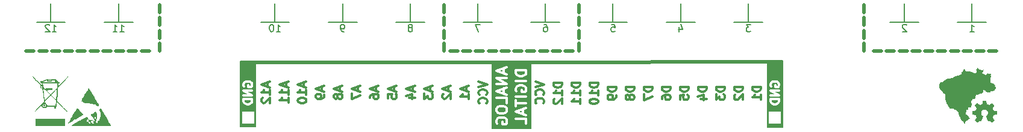
<source format=gbr>
%TF.GenerationSoftware,KiCad,Pcbnew,7.0.1*%
%TF.CreationDate,2023-08-09T15:39:39-03:00*%
%TF.ProjectId,QRE_12A,5152455f-3132-4412-9e6b-696361645f70,rev?*%
%TF.SameCoordinates,Original*%
%TF.FileFunction,Legend,Bot*%
%TF.FilePolarity,Positive*%
%FSLAX46Y46*%
G04 Gerber Fmt 4.6, Leading zero omitted, Abs format (unit mm)*
G04 Created by KiCad (PCBNEW 7.0.1) date 2023-08-09 15:39:39*
%MOMM*%
%LPD*%
G01*
G04 APERTURE LIST*
%ADD10C,0.150000*%
%ADD11C,0.500000*%
%ADD12C,0.200000*%
%ADD13C,0.300000*%
%ADD14C,3.600000*%
%ADD15C,5.600000*%
%ADD16O,1.700000X1.700000*%
%ADD17R,1.700000X1.700000*%
G04 APERTURE END LIST*
D10*
X147040000Y-107950000D02*
X149760000Y-107950000D01*
X149760000Y-117460000D01*
X147040000Y-117460000D01*
X147040000Y-107950000D01*
G36*
X147040000Y-107950000D02*
G01*
X149760000Y-107950000D01*
X149760000Y-117460000D01*
X147040000Y-117460000D01*
X147040000Y-107950000D01*
G37*
D11*
X80600000Y-106550000D02*
X81700000Y-106550000D01*
D12*
X202225000Y-102450000D02*
X202225000Y-99875000D01*
X123275000Y-102450000D02*
X125300000Y-102450000D01*
D11*
X152050000Y-106550000D02*
X150950000Y-106550000D01*
D12*
X151775000Y-102450000D02*
X149750000Y-102450000D01*
D11*
X156525000Y-105450000D02*
X156525000Y-106550000D01*
X209800000Y-106550000D02*
X208700000Y-106550000D01*
D12*
X170775000Y-102450000D02*
X168750000Y-102450000D01*
D11*
X148450000Y-106550000D02*
X147350000Y-106550000D01*
X141250000Y-106550000D02*
X140150000Y-106550000D01*
D12*
X132775000Y-102450000D02*
X132775000Y-99875000D01*
D11*
X86000000Y-106550000D02*
X87100000Y-106550000D01*
X156525000Y-101850000D02*
X156525000Y-102950000D01*
X97525000Y-101850000D02*
X97525000Y-102950000D01*
D12*
X113775000Y-102450000D02*
X113775000Y-99875000D01*
D11*
X208000000Y-106550000D02*
X206900000Y-106550000D01*
D12*
X142275000Y-102450000D02*
X144300000Y-102450000D01*
D11*
X155650000Y-106550000D02*
X154550000Y-106550000D01*
X93200000Y-106550000D02*
X94300000Y-106550000D01*
D12*
X91775000Y-102450000D02*
X89750000Y-102450000D01*
X151775000Y-102450000D02*
X151775000Y-99875000D01*
D11*
X144300000Y-108120000D02*
X111090000Y-108130000D01*
X146650000Y-106550000D02*
X145550000Y-106550000D01*
X149760000Y-108120000D02*
X183050000Y-108110000D01*
X144850000Y-106550000D02*
X143750000Y-106550000D01*
D12*
X211725000Y-102450000D02*
X209700000Y-102450000D01*
X82275000Y-102450000D02*
X84300000Y-102450000D01*
X161275000Y-102450000D02*
X159250000Y-102450000D01*
X123275000Y-102450000D02*
X123275000Y-99875000D01*
D11*
X196525000Y-103650000D02*
X196525000Y-104750000D01*
D12*
X113775000Y-102450000D02*
X111750000Y-102450000D01*
D11*
X137525000Y-100050000D02*
X137525000Y-101150000D01*
D12*
X211725000Y-102450000D02*
X213750000Y-102450000D01*
D11*
X204400000Y-106550000D02*
X203300000Y-106550000D01*
X196525000Y-105450000D02*
X196525000Y-106550000D01*
X200800000Y-106550000D02*
X199700000Y-106550000D01*
X84200000Y-106550000D02*
X85300000Y-106550000D01*
X196525000Y-100050000D02*
X196525000Y-101150000D01*
X215200000Y-106550000D02*
X214100000Y-106550000D01*
X91400000Y-106550000D02*
X92500000Y-106550000D01*
X156525000Y-100050000D02*
X156525000Y-101150000D01*
D12*
X180275000Y-102450000D02*
X178250000Y-102450000D01*
X180275000Y-102450000D02*
X182300000Y-102450000D01*
D11*
X97525000Y-103650000D02*
X97525000Y-104750000D01*
X137525000Y-105450000D02*
X137525000Y-106550000D01*
D10*
X183000000Y-107940000D02*
X185100000Y-107940000D01*
X185100000Y-117275400D01*
X183000000Y-117275400D01*
X183000000Y-107940000D01*
G36*
X183000000Y-107940000D02*
G01*
X185100000Y-107940000D01*
X185100000Y-117275400D01*
X183000000Y-117275400D01*
X183000000Y-107940000D01*
G37*
D12*
X161275000Y-102450000D02*
X163300000Y-102450000D01*
D11*
X196525000Y-101850000D02*
X196525000Y-102950000D01*
D12*
X82275000Y-102450000D02*
X82275000Y-99875000D01*
D11*
X211600000Y-106550000D02*
X210500000Y-106550000D01*
X137525000Y-103650000D02*
X137525000Y-104750000D01*
X137525000Y-101850000D02*
X137525000Y-102950000D01*
X89600000Y-106550000D02*
X90700000Y-106550000D01*
D12*
X161275000Y-102450000D02*
X161275000Y-99875000D01*
D11*
X213400000Y-106550000D02*
X212300000Y-106550000D01*
X95000000Y-106550000D02*
X96100000Y-106550000D01*
D12*
X211725000Y-102450000D02*
X211725000Y-99875000D01*
X170775000Y-102450000D02*
X172800000Y-102450000D01*
X132775000Y-102450000D02*
X130750000Y-102450000D01*
X202225000Y-102450000D02*
X204250000Y-102450000D01*
D11*
X97525000Y-100050000D02*
X97525000Y-101150000D01*
D10*
X144300000Y-107950000D02*
X147040000Y-107950000D01*
X147040000Y-117460000D01*
X144300000Y-117460000D01*
X144300000Y-107950000D01*
G36*
X144300000Y-107950000D02*
G01*
X147040000Y-107950000D01*
X147040000Y-117460000D01*
X144300000Y-117460000D01*
X144300000Y-107950000D01*
G37*
D12*
X132775000Y-102450000D02*
X134800000Y-102450000D01*
D11*
X82400000Y-106550000D02*
X83500000Y-106550000D01*
X202600000Y-106550000D02*
X201500000Y-106550000D01*
D12*
X170775000Y-102450000D02*
X170775000Y-99875000D01*
X91775000Y-102450000D02*
X91775000Y-99875000D01*
D11*
X156525000Y-103650000D02*
X156525000Y-104750000D01*
X139450000Y-106550000D02*
X138350000Y-106550000D01*
D12*
X142275000Y-102450000D02*
X140250000Y-102450000D01*
D11*
X199000000Y-106550000D02*
X197900000Y-106550000D01*
X97525000Y-105450000D02*
X97525000Y-106550000D01*
X78800000Y-106550000D02*
X79900000Y-106550000D01*
D12*
X180275000Y-102450000D02*
X180275000Y-99875000D01*
X91775000Y-102450000D02*
X93800000Y-102450000D01*
X151775000Y-102450000D02*
X153800000Y-102450000D01*
D11*
X87800000Y-106550000D02*
X88900000Y-106550000D01*
X153850000Y-106550000D02*
X152750000Y-106550000D01*
D12*
X123275000Y-102450000D02*
X121250000Y-102450000D01*
X202225000Y-102450000D02*
X200200000Y-102450000D01*
D10*
X108950000Y-107950000D02*
X111050000Y-107950000D01*
X111050000Y-117250000D01*
X108950000Y-117250000D01*
X108950000Y-107950000D01*
G36*
X108950000Y-107950000D02*
G01*
X111050000Y-107950000D01*
X111050000Y-117250000D01*
X108950000Y-117250000D01*
X108950000Y-107950000D01*
G37*
D11*
X206200000Y-106550000D02*
X205100000Y-106550000D01*
X150250000Y-106550000D02*
X149150000Y-106550000D01*
D12*
X142275000Y-102450000D02*
X142275000Y-99875000D01*
X113775000Y-102450000D02*
X115800000Y-102450000D01*
D11*
X143050000Y-106550000D02*
X141950000Y-106550000D01*
D12*
X82275000Y-102450000D02*
X80250000Y-102450000D01*
X161036904Y-102812619D02*
X161513094Y-102812619D01*
X161513094Y-102812619D02*
X161560713Y-103288809D01*
X161560713Y-103288809D02*
X161513094Y-103241190D01*
X161513094Y-103241190D02*
X161417856Y-103193571D01*
X161417856Y-103193571D02*
X161179761Y-103193571D01*
X161179761Y-103193571D02*
X161084523Y-103241190D01*
X161084523Y-103241190D02*
X161036904Y-103288809D01*
X161036904Y-103288809D02*
X160989285Y-103384047D01*
X160989285Y-103384047D02*
X160989285Y-103622142D01*
X160989285Y-103622142D02*
X161036904Y-103717380D01*
X161036904Y-103717380D02*
X161084523Y-103765000D01*
X161084523Y-103765000D02*
X161179761Y-103812619D01*
X161179761Y-103812619D02*
X161417856Y-103812619D01*
X161417856Y-103812619D02*
X161513094Y-103765000D01*
X161513094Y-103765000D02*
X161560713Y-103717380D01*
D13*
X169345142Y-111594286D02*
X168145142Y-111594286D01*
X168145142Y-111594286D02*
X168145142Y-111880000D01*
X168145142Y-111880000D02*
X168202285Y-112051429D01*
X168202285Y-112051429D02*
X168316571Y-112165714D01*
X168316571Y-112165714D02*
X168430857Y-112222857D01*
X168430857Y-112222857D02*
X168659428Y-112280000D01*
X168659428Y-112280000D02*
X168830857Y-112280000D01*
X168830857Y-112280000D02*
X169059428Y-112222857D01*
X169059428Y-112222857D02*
X169173714Y-112165714D01*
X169173714Y-112165714D02*
X169288000Y-112051429D01*
X169288000Y-112051429D02*
X169345142Y-111880000D01*
X169345142Y-111880000D02*
X169345142Y-111594286D01*
X168145142Y-113308572D02*
X168145142Y-113080000D01*
X168145142Y-113080000D02*
X168202285Y-112965714D01*
X168202285Y-112965714D02*
X168259428Y-112908572D01*
X168259428Y-112908572D02*
X168430857Y-112794286D01*
X168430857Y-112794286D02*
X168659428Y-112737143D01*
X168659428Y-112737143D02*
X169116571Y-112737143D01*
X169116571Y-112737143D02*
X169230857Y-112794286D01*
X169230857Y-112794286D02*
X169288000Y-112851429D01*
X169288000Y-112851429D02*
X169345142Y-112965714D01*
X169345142Y-112965714D02*
X169345142Y-113194286D01*
X169345142Y-113194286D02*
X169288000Y-113308572D01*
X169288000Y-113308572D02*
X169230857Y-113365714D01*
X169230857Y-113365714D02*
X169116571Y-113422857D01*
X169116571Y-113422857D02*
X168830857Y-113422857D01*
X168830857Y-113422857D02*
X168716571Y-113365714D01*
X168716571Y-113365714D02*
X168659428Y-113308572D01*
X168659428Y-113308572D02*
X168602285Y-113194286D01*
X168602285Y-113194286D02*
X168602285Y-112965714D01*
X168602285Y-112965714D02*
X168659428Y-112851429D01*
X168659428Y-112851429D02*
X168716571Y-112794286D01*
X168716571Y-112794286D02*
X168830857Y-112737143D01*
X117832285Y-111021429D02*
X117832285Y-111592858D01*
X118175142Y-110907143D02*
X116975142Y-111307143D01*
X116975142Y-111307143D02*
X118175142Y-111707143D01*
X118175142Y-112735714D02*
X118175142Y-112050000D01*
X118175142Y-112392857D02*
X116975142Y-112392857D01*
X116975142Y-112392857D02*
X117146571Y-112278571D01*
X117146571Y-112278571D02*
X117260857Y-112164286D01*
X117260857Y-112164286D02*
X117318000Y-112050000D01*
X116975142Y-113478571D02*
X116975142Y-113592857D01*
X116975142Y-113592857D02*
X117032285Y-113707143D01*
X117032285Y-113707143D02*
X117089428Y-113764286D01*
X117089428Y-113764286D02*
X117203714Y-113821428D01*
X117203714Y-113821428D02*
X117432285Y-113878571D01*
X117432285Y-113878571D02*
X117718000Y-113878571D01*
X117718000Y-113878571D02*
X117946571Y-113821428D01*
X117946571Y-113821428D02*
X118060857Y-113764286D01*
X118060857Y-113764286D02*
X118118000Y-113707143D01*
X118118000Y-113707143D02*
X118175142Y-113592857D01*
X118175142Y-113592857D02*
X118175142Y-113478571D01*
X118175142Y-113478571D02*
X118118000Y-113364286D01*
X118118000Y-113364286D02*
X118060857Y-113307143D01*
X118060857Y-113307143D02*
X117946571Y-113250000D01*
X117946571Y-113250000D02*
X117718000Y-113192857D01*
X117718000Y-113192857D02*
X117432285Y-113192857D01*
X117432285Y-113192857D02*
X117203714Y-113250000D01*
X117203714Y-113250000D02*
X117089428Y-113307143D01*
X117089428Y-113307143D02*
X117032285Y-113364286D01*
X117032285Y-113364286D02*
X116975142Y-113478571D01*
X140692285Y-111592857D02*
X140692285Y-112164286D01*
X141035142Y-111478571D02*
X139835142Y-111878571D01*
X139835142Y-111878571D02*
X141035142Y-112278571D01*
X141035142Y-113307142D02*
X141035142Y-112621428D01*
X141035142Y-112964285D02*
X139835142Y-112964285D01*
X139835142Y-112964285D02*
X140006571Y-112849999D01*
X140006571Y-112849999D02*
X140120857Y-112735714D01*
X140120857Y-112735714D02*
X140178000Y-112621428D01*
D12*
X180608332Y-102812619D02*
X179989285Y-102812619D01*
X179989285Y-102812619D02*
X180322618Y-103193571D01*
X180322618Y-103193571D02*
X180179761Y-103193571D01*
X180179761Y-103193571D02*
X180084523Y-103241190D01*
X180084523Y-103241190D02*
X180036904Y-103288809D01*
X180036904Y-103288809D02*
X179989285Y-103384047D01*
X179989285Y-103384047D02*
X179989285Y-103622142D01*
X179989285Y-103622142D02*
X180036904Y-103717380D01*
X180036904Y-103717380D02*
X180084523Y-103765000D01*
X180084523Y-103765000D02*
X180179761Y-103812619D01*
X180179761Y-103812619D02*
X180465475Y-103812619D01*
X180465475Y-103812619D02*
X180560713Y-103765000D01*
X180560713Y-103765000D02*
X180608332Y-103717380D01*
D13*
X120372285Y-111592857D02*
X120372285Y-112164286D01*
X120715142Y-111478571D02*
X119515142Y-111878571D01*
X119515142Y-111878571D02*
X120715142Y-112278571D01*
X120715142Y-112735714D02*
X120715142Y-112964285D01*
X120715142Y-112964285D02*
X120658000Y-113078571D01*
X120658000Y-113078571D02*
X120600857Y-113135714D01*
X120600857Y-113135714D02*
X120429428Y-113249999D01*
X120429428Y-113249999D02*
X120200857Y-113307142D01*
X120200857Y-113307142D02*
X119743714Y-113307142D01*
X119743714Y-113307142D02*
X119629428Y-113249999D01*
X119629428Y-113249999D02*
X119572285Y-113192857D01*
X119572285Y-113192857D02*
X119515142Y-113078571D01*
X119515142Y-113078571D02*
X119515142Y-112849999D01*
X119515142Y-112849999D02*
X119572285Y-112735714D01*
X119572285Y-112735714D02*
X119629428Y-112678571D01*
X119629428Y-112678571D02*
X119743714Y-112621428D01*
X119743714Y-112621428D02*
X120029428Y-112621428D01*
X120029428Y-112621428D02*
X120143714Y-112678571D01*
X120143714Y-112678571D02*
X120200857Y-112735714D01*
X120200857Y-112735714D02*
X120258000Y-112849999D01*
X120258000Y-112849999D02*
X120258000Y-113078571D01*
X120258000Y-113078571D02*
X120200857Y-113192857D01*
X120200857Y-113192857D02*
X120143714Y-113249999D01*
X120143714Y-113249999D02*
X120029428Y-113307142D01*
X127992285Y-111592857D02*
X127992285Y-112164286D01*
X128335142Y-111478571D02*
X127135142Y-111878571D01*
X127135142Y-111878571D02*
X128335142Y-112278571D01*
X127135142Y-113192857D02*
X127135142Y-112964285D01*
X127135142Y-112964285D02*
X127192285Y-112849999D01*
X127192285Y-112849999D02*
X127249428Y-112792857D01*
X127249428Y-112792857D02*
X127420857Y-112678571D01*
X127420857Y-112678571D02*
X127649428Y-112621428D01*
X127649428Y-112621428D02*
X128106571Y-112621428D01*
X128106571Y-112621428D02*
X128220857Y-112678571D01*
X128220857Y-112678571D02*
X128278000Y-112735714D01*
X128278000Y-112735714D02*
X128335142Y-112849999D01*
X128335142Y-112849999D02*
X128335142Y-113078571D01*
X128335142Y-113078571D02*
X128278000Y-113192857D01*
X128278000Y-113192857D02*
X128220857Y-113249999D01*
X128220857Y-113249999D02*
X128106571Y-113307142D01*
X128106571Y-113307142D02*
X127820857Y-113307142D01*
X127820857Y-113307142D02*
X127706571Y-113249999D01*
X127706571Y-113249999D02*
X127649428Y-113192857D01*
X127649428Y-113192857D02*
X127592285Y-113078571D01*
X127592285Y-113078571D02*
X127592285Y-112849999D01*
X127592285Y-112849999D02*
X127649428Y-112735714D01*
X127649428Y-112735714D02*
X127706571Y-112678571D01*
X127706571Y-112678571D02*
X127820857Y-112621428D01*
X125452285Y-111592857D02*
X125452285Y-112164286D01*
X125795142Y-111478571D02*
X124595142Y-111878571D01*
X124595142Y-111878571D02*
X125795142Y-112278571D01*
X124595142Y-112564285D02*
X124595142Y-113364285D01*
X124595142Y-113364285D02*
X125795142Y-112849999D01*
D12*
X91965476Y-103812619D02*
X92536904Y-103812619D01*
X92251190Y-103812619D02*
X92251190Y-102812619D01*
X92251190Y-102812619D02*
X92346428Y-102955476D01*
X92346428Y-102955476D02*
X92441666Y-103050714D01*
X92441666Y-103050714D02*
X92536904Y-103098333D01*
X91013095Y-103812619D02*
X91584523Y-103812619D01*
X91298809Y-103812619D02*
X91298809Y-102812619D01*
X91298809Y-102812619D02*
X91394047Y-102955476D01*
X91394047Y-102955476D02*
X91489285Y-103050714D01*
X91489285Y-103050714D02*
X91584523Y-103098333D01*
X123465475Y-103812619D02*
X123274999Y-103812619D01*
X123274999Y-103812619D02*
X123179761Y-103765000D01*
X123179761Y-103765000D02*
X123132142Y-103717380D01*
X123132142Y-103717380D02*
X123036904Y-103574523D01*
X123036904Y-103574523D02*
X122989285Y-103384047D01*
X122989285Y-103384047D02*
X122989285Y-103003095D01*
X122989285Y-103003095D02*
X123036904Y-102907857D01*
X123036904Y-102907857D02*
X123084523Y-102860238D01*
X123084523Y-102860238D02*
X123179761Y-102812619D01*
X123179761Y-102812619D02*
X123370237Y-102812619D01*
X123370237Y-102812619D02*
X123465475Y-102860238D01*
X123465475Y-102860238D02*
X123513094Y-102907857D01*
X123513094Y-102907857D02*
X123560713Y-103003095D01*
X123560713Y-103003095D02*
X123560713Y-103241190D01*
X123560713Y-103241190D02*
X123513094Y-103336428D01*
X123513094Y-103336428D02*
X123465475Y-103384047D01*
X123465475Y-103384047D02*
X123370237Y-103431666D01*
X123370237Y-103431666D02*
X123179761Y-103431666D01*
X123179761Y-103431666D02*
X123084523Y-103384047D01*
X123084523Y-103384047D02*
X123036904Y-103336428D01*
X123036904Y-103336428D02*
X122989285Y-103241190D01*
D13*
X122912285Y-111592857D02*
X122912285Y-112164286D01*
X123255142Y-111478571D02*
X122055142Y-111878571D01*
X122055142Y-111878571D02*
X123255142Y-112278571D01*
X122569428Y-112849999D02*
X122512285Y-112735714D01*
X122512285Y-112735714D02*
X122455142Y-112678571D01*
X122455142Y-112678571D02*
X122340857Y-112621428D01*
X122340857Y-112621428D02*
X122283714Y-112621428D01*
X122283714Y-112621428D02*
X122169428Y-112678571D01*
X122169428Y-112678571D02*
X122112285Y-112735714D01*
X122112285Y-112735714D02*
X122055142Y-112849999D01*
X122055142Y-112849999D02*
X122055142Y-113078571D01*
X122055142Y-113078571D02*
X122112285Y-113192857D01*
X122112285Y-113192857D02*
X122169428Y-113249999D01*
X122169428Y-113249999D02*
X122283714Y-113307142D01*
X122283714Y-113307142D02*
X122340857Y-113307142D01*
X122340857Y-113307142D02*
X122455142Y-113249999D01*
X122455142Y-113249999D02*
X122512285Y-113192857D01*
X122512285Y-113192857D02*
X122569428Y-113078571D01*
X122569428Y-113078571D02*
X122569428Y-112849999D01*
X122569428Y-112849999D02*
X122626571Y-112735714D01*
X122626571Y-112735714D02*
X122683714Y-112678571D01*
X122683714Y-112678571D02*
X122798000Y-112621428D01*
X122798000Y-112621428D02*
X123026571Y-112621428D01*
X123026571Y-112621428D02*
X123140857Y-112678571D01*
X123140857Y-112678571D02*
X123198000Y-112735714D01*
X123198000Y-112735714D02*
X123255142Y-112849999D01*
X123255142Y-112849999D02*
X123255142Y-113078571D01*
X123255142Y-113078571D02*
X123198000Y-113192857D01*
X123198000Y-113192857D02*
X123140857Y-113249999D01*
X123140857Y-113249999D02*
X123026571Y-113307142D01*
X123026571Y-113307142D02*
X122798000Y-113307142D01*
X122798000Y-113307142D02*
X122683714Y-113249999D01*
X122683714Y-113249999D02*
X122626571Y-113192857D01*
X122626571Y-113192857D02*
X122569428Y-113078571D01*
X138152285Y-111592857D02*
X138152285Y-112164286D01*
X138495142Y-111478571D02*
X137295142Y-111878571D01*
X137295142Y-111878571D02*
X138495142Y-112278571D01*
X137409428Y-112621428D02*
X137352285Y-112678571D01*
X137352285Y-112678571D02*
X137295142Y-112792857D01*
X137295142Y-112792857D02*
X137295142Y-113078571D01*
X137295142Y-113078571D02*
X137352285Y-113192857D01*
X137352285Y-113192857D02*
X137409428Y-113249999D01*
X137409428Y-113249999D02*
X137523714Y-113307142D01*
X137523714Y-113307142D02*
X137638000Y-113307142D01*
X137638000Y-113307142D02*
X137809428Y-113249999D01*
X137809428Y-113249999D02*
X138495142Y-112564285D01*
X138495142Y-112564285D02*
X138495142Y-113307142D01*
X154105142Y-111022857D02*
X152905142Y-111022857D01*
X152905142Y-111022857D02*
X152905142Y-111308571D01*
X152905142Y-111308571D02*
X152962285Y-111480000D01*
X152962285Y-111480000D02*
X153076571Y-111594285D01*
X153076571Y-111594285D02*
X153190857Y-111651428D01*
X153190857Y-111651428D02*
X153419428Y-111708571D01*
X153419428Y-111708571D02*
X153590857Y-111708571D01*
X153590857Y-111708571D02*
X153819428Y-111651428D01*
X153819428Y-111651428D02*
X153933714Y-111594285D01*
X153933714Y-111594285D02*
X154048000Y-111480000D01*
X154048000Y-111480000D02*
X154105142Y-111308571D01*
X154105142Y-111308571D02*
X154105142Y-111022857D01*
X154105142Y-112851428D02*
X154105142Y-112165714D01*
X154105142Y-112508571D02*
X152905142Y-112508571D01*
X152905142Y-112508571D02*
X153076571Y-112394285D01*
X153076571Y-112394285D02*
X153190857Y-112280000D01*
X153190857Y-112280000D02*
X153248000Y-112165714D01*
X153019428Y-113308571D02*
X152962285Y-113365714D01*
X152962285Y-113365714D02*
X152905142Y-113480000D01*
X152905142Y-113480000D02*
X152905142Y-113765714D01*
X152905142Y-113765714D02*
X152962285Y-113880000D01*
X152962285Y-113880000D02*
X153019428Y-113937142D01*
X153019428Y-113937142D02*
X153133714Y-113994285D01*
X153133714Y-113994285D02*
X153248000Y-113994285D01*
X153248000Y-113994285D02*
X153419428Y-113937142D01*
X153419428Y-113937142D02*
X154105142Y-113251428D01*
X154105142Y-113251428D02*
X154105142Y-113994285D01*
X135612285Y-111592857D02*
X135612285Y-112164286D01*
X135955142Y-111478571D02*
X134755142Y-111878571D01*
X134755142Y-111878571D02*
X135955142Y-112278571D01*
X134755142Y-112564285D02*
X134755142Y-113307142D01*
X134755142Y-113307142D02*
X135212285Y-112907142D01*
X135212285Y-112907142D02*
X135212285Y-113078571D01*
X135212285Y-113078571D02*
X135269428Y-113192857D01*
X135269428Y-113192857D02*
X135326571Y-113249999D01*
X135326571Y-113249999D02*
X135440857Y-113307142D01*
X135440857Y-113307142D02*
X135726571Y-113307142D01*
X135726571Y-113307142D02*
X135840857Y-113249999D01*
X135840857Y-113249999D02*
X135898000Y-113192857D01*
X135898000Y-113192857D02*
X135955142Y-113078571D01*
X135955142Y-113078571D02*
X135955142Y-112735714D01*
X135955142Y-112735714D02*
X135898000Y-112621428D01*
X135898000Y-112621428D02*
X135840857Y-112564285D01*
D12*
X202510713Y-102907857D02*
X202463094Y-102860238D01*
X202463094Y-102860238D02*
X202367856Y-102812619D01*
X202367856Y-102812619D02*
X202129761Y-102812619D01*
X202129761Y-102812619D02*
X202034523Y-102860238D01*
X202034523Y-102860238D02*
X201986904Y-102907857D01*
X201986904Y-102907857D02*
X201939285Y-103003095D01*
X201939285Y-103003095D02*
X201939285Y-103098333D01*
X201939285Y-103098333D02*
X201986904Y-103241190D01*
X201986904Y-103241190D02*
X202558332Y-103812619D01*
X202558332Y-103812619D02*
X201939285Y-103812619D01*
D13*
X142385142Y-110850000D02*
X143585142Y-111250000D01*
X143585142Y-111250000D02*
X142385142Y-111650000D01*
X143470857Y-112735714D02*
X143528000Y-112678571D01*
X143528000Y-112678571D02*
X143585142Y-112507143D01*
X143585142Y-112507143D02*
X143585142Y-112392857D01*
X143585142Y-112392857D02*
X143528000Y-112221428D01*
X143528000Y-112221428D02*
X143413714Y-112107143D01*
X143413714Y-112107143D02*
X143299428Y-112050000D01*
X143299428Y-112050000D02*
X143070857Y-111992857D01*
X143070857Y-111992857D02*
X142899428Y-111992857D01*
X142899428Y-111992857D02*
X142670857Y-112050000D01*
X142670857Y-112050000D02*
X142556571Y-112107143D01*
X142556571Y-112107143D02*
X142442285Y-112221428D01*
X142442285Y-112221428D02*
X142385142Y-112392857D01*
X142385142Y-112392857D02*
X142385142Y-112507143D01*
X142385142Y-112507143D02*
X142442285Y-112678571D01*
X142442285Y-112678571D02*
X142499428Y-112735714D01*
X143470857Y-113935714D02*
X143528000Y-113878571D01*
X143528000Y-113878571D02*
X143585142Y-113707143D01*
X143585142Y-113707143D02*
X143585142Y-113592857D01*
X143585142Y-113592857D02*
X143528000Y-113421428D01*
X143528000Y-113421428D02*
X143413714Y-113307143D01*
X143413714Y-113307143D02*
X143299428Y-113250000D01*
X143299428Y-113250000D02*
X143070857Y-113192857D01*
X143070857Y-113192857D02*
X142899428Y-113192857D01*
X142899428Y-113192857D02*
X142670857Y-113250000D01*
X142670857Y-113250000D02*
X142556571Y-113307143D01*
X142556571Y-113307143D02*
X142442285Y-113421428D01*
X142442285Y-113421428D02*
X142385142Y-113592857D01*
X142385142Y-113592857D02*
X142385142Y-113707143D01*
X142385142Y-113707143D02*
X142442285Y-113878571D01*
X142442285Y-113878571D02*
X142499428Y-113935714D01*
D12*
X170584523Y-103145952D02*
X170584523Y-103812619D01*
X170822618Y-102765000D02*
X171060713Y-103479285D01*
X171060713Y-103479285D02*
X170441666Y-103479285D01*
D13*
X179505142Y-111594286D02*
X178305142Y-111594286D01*
X178305142Y-111594286D02*
X178305142Y-111880000D01*
X178305142Y-111880000D02*
X178362285Y-112051429D01*
X178362285Y-112051429D02*
X178476571Y-112165714D01*
X178476571Y-112165714D02*
X178590857Y-112222857D01*
X178590857Y-112222857D02*
X178819428Y-112280000D01*
X178819428Y-112280000D02*
X178990857Y-112280000D01*
X178990857Y-112280000D02*
X179219428Y-112222857D01*
X179219428Y-112222857D02*
X179333714Y-112165714D01*
X179333714Y-112165714D02*
X179448000Y-112051429D01*
X179448000Y-112051429D02*
X179505142Y-111880000D01*
X179505142Y-111880000D02*
X179505142Y-111594286D01*
X178419428Y-112737143D02*
X178362285Y-112794286D01*
X178362285Y-112794286D02*
X178305142Y-112908572D01*
X178305142Y-112908572D02*
X178305142Y-113194286D01*
X178305142Y-113194286D02*
X178362285Y-113308572D01*
X178362285Y-113308572D02*
X178419428Y-113365714D01*
X178419428Y-113365714D02*
X178533714Y-113422857D01*
X178533714Y-113422857D02*
X178648000Y-113422857D01*
X178648000Y-113422857D02*
X178819428Y-113365714D01*
X178819428Y-113365714D02*
X179505142Y-112680000D01*
X179505142Y-112680000D02*
X179505142Y-113422857D01*
X156655142Y-111012857D02*
X155455142Y-111012857D01*
X155455142Y-111012857D02*
X155455142Y-111298571D01*
X155455142Y-111298571D02*
X155512285Y-111470000D01*
X155512285Y-111470000D02*
X155626571Y-111584285D01*
X155626571Y-111584285D02*
X155740857Y-111641428D01*
X155740857Y-111641428D02*
X155969428Y-111698571D01*
X155969428Y-111698571D02*
X156140857Y-111698571D01*
X156140857Y-111698571D02*
X156369428Y-111641428D01*
X156369428Y-111641428D02*
X156483714Y-111584285D01*
X156483714Y-111584285D02*
X156598000Y-111470000D01*
X156598000Y-111470000D02*
X156655142Y-111298571D01*
X156655142Y-111298571D02*
X156655142Y-111012857D01*
X156655142Y-112841428D02*
X156655142Y-112155714D01*
X156655142Y-112498571D02*
X155455142Y-112498571D01*
X155455142Y-112498571D02*
X155626571Y-112384285D01*
X155626571Y-112384285D02*
X155740857Y-112270000D01*
X155740857Y-112270000D02*
X155798000Y-112155714D01*
X156655142Y-113984285D02*
X156655142Y-113298571D01*
X156655142Y-113641428D02*
X155455142Y-113641428D01*
X155455142Y-113641428D02*
X155626571Y-113527142D01*
X155626571Y-113527142D02*
X155740857Y-113412857D01*
X155740857Y-113412857D02*
X155798000Y-113298571D01*
X166805142Y-111594286D02*
X165605142Y-111594286D01*
X165605142Y-111594286D02*
X165605142Y-111880000D01*
X165605142Y-111880000D02*
X165662285Y-112051429D01*
X165662285Y-112051429D02*
X165776571Y-112165714D01*
X165776571Y-112165714D02*
X165890857Y-112222857D01*
X165890857Y-112222857D02*
X166119428Y-112280000D01*
X166119428Y-112280000D02*
X166290857Y-112280000D01*
X166290857Y-112280000D02*
X166519428Y-112222857D01*
X166519428Y-112222857D02*
X166633714Y-112165714D01*
X166633714Y-112165714D02*
X166748000Y-112051429D01*
X166748000Y-112051429D02*
X166805142Y-111880000D01*
X166805142Y-111880000D02*
X166805142Y-111594286D01*
X165605142Y-112680000D02*
X165605142Y-113480000D01*
X165605142Y-113480000D02*
X166805142Y-112965714D01*
X159185142Y-111022857D02*
X157985142Y-111022857D01*
X157985142Y-111022857D02*
X157985142Y-111308571D01*
X157985142Y-111308571D02*
X158042285Y-111480000D01*
X158042285Y-111480000D02*
X158156571Y-111594285D01*
X158156571Y-111594285D02*
X158270857Y-111651428D01*
X158270857Y-111651428D02*
X158499428Y-111708571D01*
X158499428Y-111708571D02*
X158670857Y-111708571D01*
X158670857Y-111708571D02*
X158899428Y-111651428D01*
X158899428Y-111651428D02*
X159013714Y-111594285D01*
X159013714Y-111594285D02*
X159128000Y-111480000D01*
X159128000Y-111480000D02*
X159185142Y-111308571D01*
X159185142Y-111308571D02*
X159185142Y-111022857D01*
X159185142Y-112851428D02*
X159185142Y-112165714D01*
X159185142Y-112508571D02*
X157985142Y-112508571D01*
X157985142Y-112508571D02*
X158156571Y-112394285D01*
X158156571Y-112394285D02*
X158270857Y-112280000D01*
X158270857Y-112280000D02*
X158328000Y-112165714D01*
X157985142Y-113594285D02*
X157985142Y-113708571D01*
X157985142Y-113708571D02*
X158042285Y-113822857D01*
X158042285Y-113822857D02*
X158099428Y-113880000D01*
X158099428Y-113880000D02*
X158213714Y-113937142D01*
X158213714Y-113937142D02*
X158442285Y-113994285D01*
X158442285Y-113994285D02*
X158728000Y-113994285D01*
X158728000Y-113994285D02*
X158956571Y-113937142D01*
X158956571Y-113937142D02*
X159070857Y-113880000D01*
X159070857Y-113880000D02*
X159128000Y-113822857D01*
X159128000Y-113822857D02*
X159185142Y-113708571D01*
X159185142Y-113708571D02*
X159185142Y-113594285D01*
X159185142Y-113594285D02*
X159128000Y-113480000D01*
X159128000Y-113480000D02*
X159070857Y-113422857D01*
X159070857Y-113422857D02*
X158956571Y-113365714D01*
X158956571Y-113365714D02*
X158728000Y-113308571D01*
X158728000Y-113308571D02*
X158442285Y-113308571D01*
X158442285Y-113308571D02*
X158213714Y-113365714D01*
X158213714Y-113365714D02*
X158099428Y-113422857D01*
X158099428Y-113422857D02*
X158042285Y-113480000D01*
X158042285Y-113480000D02*
X157985142Y-113594285D01*
D12*
X211439285Y-103812619D02*
X212010713Y-103812619D01*
X211724999Y-103812619D02*
X211724999Y-102812619D01*
X211724999Y-102812619D02*
X211820237Y-102955476D01*
X211820237Y-102955476D02*
X211915475Y-103050714D01*
X211915475Y-103050714D02*
X212010713Y-103098333D01*
D13*
X176965142Y-111594286D02*
X175765142Y-111594286D01*
X175765142Y-111594286D02*
X175765142Y-111880000D01*
X175765142Y-111880000D02*
X175822285Y-112051429D01*
X175822285Y-112051429D02*
X175936571Y-112165714D01*
X175936571Y-112165714D02*
X176050857Y-112222857D01*
X176050857Y-112222857D02*
X176279428Y-112280000D01*
X176279428Y-112280000D02*
X176450857Y-112280000D01*
X176450857Y-112280000D02*
X176679428Y-112222857D01*
X176679428Y-112222857D02*
X176793714Y-112165714D01*
X176793714Y-112165714D02*
X176908000Y-112051429D01*
X176908000Y-112051429D02*
X176965142Y-111880000D01*
X176965142Y-111880000D02*
X176965142Y-111594286D01*
X175765142Y-112680000D02*
X175765142Y-113422857D01*
X175765142Y-113422857D02*
X176222285Y-113022857D01*
X176222285Y-113022857D02*
X176222285Y-113194286D01*
X176222285Y-113194286D02*
X176279428Y-113308572D01*
X176279428Y-113308572D02*
X176336571Y-113365714D01*
X176336571Y-113365714D02*
X176450857Y-113422857D01*
X176450857Y-113422857D02*
X176736571Y-113422857D01*
X176736571Y-113422857D02*
X176850857Y-113365714D01*
X176850857Y-113365714D02*
X176908000Y-113308572D01*
X176908000Y-113308572D02*
X176965142Y-113194286D01*
X176965142Y-113194286D02*
X176965142Y-112851429D01*
X176965142Y-112851429D02*
X176908000Y-112737143D01*
X176908000Y-112737143D02*
X176850857Y-112680000D01*
X115302285Y-111011429D02*
X115302285Y-111582858D01*
X115645142Y-110897143D02*
X114445142Y-111297143D01*
X114445142Y-111297143D02*
X115645142Y-111697143D01*
X115645142Y-112725714D02*
X115645142Y-112040000D01*
X115645142Y-112382857D02*
X114445142Y-112382857D01*
X114445142Y-112382857D02*
X114616571Y-112268571D01*
X114616571Y-112268571D02*
X114730857Y-112154286D01*
X114730857Y-112154286D02*
X114788000Y-112040000D01*
X115645142Y-113868571D02*
X115645142Y-113182857D01*
X115645142Y-113525714D02*
X114445142Y-113525714D01*
X114445142Y-113525714D02*
X114616571Y-113411428D01*
X114616571Y-113411428D02*
X114730857Y-113297143D01*
X114730857Y-113297143D02*
X114788000Y-113182857D01*
X164265142Y-111594286D02*
X163065142Y-111594286D01*
X163065142Y-111594286D02*
X163065142Y-111880000D01*
X163065142Y-111880000D02*
X163122285Y-112051429D01*
X163122285Y-112051429D02*
X163236571Y-112165714D01*
X163236571Y-112165714D02*
X163350857Y-112222857D01*
X163350857Y-112222857D02*
X163579428Y-112280000D01*
X163579428Y-112280000D02*
X163750857Y-112280000D01*
X163750857Y-112280000D02*
X163979428Y-112222857D01*
X163979428Y-112222857D02*
X164093714Y-112165714D01*
X164093714Y-112165714D02*
X164208000Y-112051429D01*
X164208000Y-112051429D02*
X164265142Y-111880000D01*
X164265142Y-111880000D02*
X164265142Y-111594286D01*
X163579428Y-112965714D02*
X163522285Y-112851429D01*
X163522285Y-112851429D02*
X163465142Y-112794286D01*
X163465142Y-112794286D02*
X163350857Y-112737143D01*
X163350857Y-112737143D02*
X163293714Y-112737143D01*
X163293714Y-112737143D02*
X163179428Y-112794286D01*
X163179428Y-112794286D02*
X163122285Y-112851429D01*
X163122285Y-112851429D02*
X163065142Y-112965714D01*
X163065142Y-112965714D02*
X163065142Y-113194286D01*
X163065142Y-113194286D02*
X163122285Y-113308572D01*
X163122285Y-113308572D02*
X163179428Y-113365714D01*
X163179428Y-113365714D02*
X163293714Y-113422857D01*
X163293714Y-113422857D02*
X163350857Y-113422857D01*
X163350857Y-113422857D02*
X163465142Y-113365714D01*
X163465142Y-113365714D02*
X163522285Y-113308572D01*
X163522285Y-113308572D02*
X163579428Y-113194286D01*
X163579428Y-113194286D02*
X163579428Y-112965714D01*
X163579428Y-112965714D02*
X163636571Y-112851429D01*
X163636571Y-112851429D02*
X163693714Y-112794286D01*
X163693714Y-112794286D02*
X163808000Y-112737143D01*
X163808000Y-112737143D02*
X164036571Y-112737143D01*
X164036571Y-112737143D02*
X164150857Y-112794286D01*
X164150857Y-112794286D02*
X164208000Y-112851429D01*
X164208000Y-112851429D02*
X164265142Y-112965714D01*
X164265142Y-112965714D02*
X164265142Y-113194286D01*
X164265142Y-113194286D02*
X164208000Y-113308572D01*
X164208000Y-113308572D02*
X164150857Y-113365714D01*
X164150857Y-113365714D02*
X164036571Y-113422857D01*
X164036571Y-113422857D02*
X163808000Y-113422857D01*
X163808000Y-113422857D02*
X163693714Y-113365714D01*
X163693714Y-113365714D02*
X163636571Y-113308572D01*
X163636571Y-113308572D02*
X163579428Y-113194286D01*
X174435142Y-111594286D02*
X173235142Y-111594286D01*
X173235142Y-111594286D02*
X173235142Y-111880000D01*
X173235142Y-111880000D02*
X173292285Y-112051429D01*
X173292285Y-112051429D02*
X173406571Y-112165714D01*
X173406571Y-112165714D02*
X173520857Y-112222857D01*
X173520857Y-112222857D02*
X173749428Y-112280000D01*
X173749428Y-112280000D02*
X173920857Y-112280000D01*
X173920857Y-112280000D02*
X174149428Y-112222857D01*
X174149428Y-112222857D02*
X174263714Y-112165714D01*
X174263714Y-112165714D02*
X174378000Y-112051429D01*
X174378000Y-112051429D02*
X174435142Y-111880000D01*
X174435142Y-111880000D02*
X174435142Y-111594286D01*
X173635142Y-113308572D02*
X174435142Y-113308572D01*
X173178000Y-113022857D02*
X174035142Y-112737143D01*
X174035142Y-112737143D02*
X174035142Y-113480000D01*
X130532285Y-111592857D02*
X130532285Y-112164286D01*
X130875142Y-111478571D02*
X129675142Y-111878571D01*
X129675142Y-111878571D02*
X130875142Y-112278571D01*
X129675142Y-113249999D02*
X129675142Y-112678571D01*
X129675142Y-112678571D02*
X130246571Y-112621428D01*
X130246571Y-112621428D02*
X130189428Y-112678571D01*
X130189428Y-112678571D02*
X130132285Y-112792857D01*
X130132285Y-112792857D02*
X130132285Y-113078571D01*
X130132285Y-113078571D02*
X130189428Y-113192857D01*
X130189428Y-113192857D02*
X130246571Y-113249999D01*
X130246571Y-113249999D02*
X130360857Y-113307142D01*
X130360857Y-113307142D02*
X130646571Y-113307142D01*
X130646571Y-113307142D02*
X130760857Y-113249999D01*
X130760857Y-113249999D02*
X130818000Y-113192857D01*
X130818000Y-113192857D02*
X130875142Y-113078571D01*
X130875142Y-113078571D02*
X130875142Y-112792857D01*
X130875142Y-112792857D02*
X130818000Y-112678571D01*
X130818000Y-112678571D02*
X130760857Y-112621428D01*
X133082285Y-111592857D02*
X133082285Y-112164286D01*
X133425142Y-111478571D02*
X132225142Y-111878571D01*
X132225142Y-111878571D02*
X133425142Y-112278571D01*
X132625142Y-113192857D02*
X133425142Y-113192857D01*
X132168000Y-112907142D02*
X133025142Y-112621428D01*
X133025142Y-112621428D02*
X133025142Y-113364285D01*
D12*
X132870237Y-103241190D02*
X132965475Y-103193571D01*
X132965475Y-103193571D02*
X133013094Y-103145952D01*
X133013094Y-103145952D02*
X133060713Y-103050714D01*
X133060713Y-103050714D02*
X133060713Y-103003095D01*
X133060713Y-103003095D02*
X133013094Y-102907857D01*
X133013094Y-102907857D02*
X132965475Y-102860238D01*
X132965475Y-102860238D02*
X132870237Y-102812619D01*
X132870237Y-102812619D02*
X132679761Y-102812619D01*
X132679761Y-102812619D02*
X132584523Y-102860238D01*
X132584523Y-102860238D02*
X132536904Y-102907857D01*
X132536904Y-102907857D02*
X132489285Y-103003095D01*
X132489285Y-103003095D02*
X132489285Y-103050714D01*
X132489285Y-103050714D02*
X132536904Y-103145952D01*
X132536904Y-103145952D02*
X132584523Y-103193571D01*
X132584523Y-103193571D02*
X132679761Y-103241190D01*
X132679761Y-103241190D02*
X132870237Y-103241190D01*
X132870237Y-103241190D02*
X132965475Y-103288809D01*
X132965475Y-103288809D02*
X133013094Y-103336428D01*
X133013094Y-103336428D02*
X133060713Y-103431666D01*
X133060713Y-103431666D02*
X133060713Y-103622142D01*
X133060713Y-103622142D02*
X133013094Y-103717380D01*
X133013094Y-103717380D02*
X132965475Y-103765000D01*
X132965475Y-103765000D02*
X132870237Y-103812619D01*
X132870237Y-103812619D02*
X132679761Y-103812619D01*
X132679761Y-103812619D02*
X132584523Y-103765000D01*
X132584523Y-103765000D02*
X132536904Y-103717380D01*
X132536904Y-103717380D02*
X132489285Y-103622142D01*
X132489285Y-103622142D02*
X132489285Y-103431666D01*
X132489285Y-103431666D02*
X132536904Y-103336428D01*
X132536904Y-103336428D02*
X132584523Y-103288809D01*
X132584523Y-103288809D02*
X132679761Y-103241190D01*
D13*
X161725142Y-111594286D02*
X160525142Y-111594286D01*
X160525142Y-111594286D02*
X160525142Y-111880000D01*
X160525142Y-111880000D02*
X160582285Y-112051429D01*
X160582285Y-112051429D02*
X160696571Y-112165714D01*
X160696571Y-112165714D02*
X160810857Y-112222857D01*
X160810857Y-112222857D02*
X161039428Y-112280000D01*
X161039428Y-112280000D02*
X161210857Y-112280000D01*
X161210857Y-112280000D02*
X161439428Y-112222857D01*
X161439428Y-112222857D02*
X161553714Y-112165714D01*
X161553714Y-112165714D02*
X161668000Y-112051429D01*
X161668000Y-112051429D02*
X161725142Y-111880000D01*
X161725142Y-111880000D02*
X161725142Y-111594286D01*
X161725142Y-112851429D02*
X161725142Y-113080000D01*
X161725142Y-113080000D02*
X161668000Y-113194286D01*
X161668000Y-113194286D02*
X161610857Y-113251429D01*
X161610857Y-113251429D02*
X161439428Y-113365714D01*
X161439428Y-113365714D02*
X161210857Y-113422857D01*
X161210857Y-113422857D02*
X160753714Y-113422857D01*
X160753714Y-113422857D02*
X160639428Y-113365714D01*
X160639428Y-113365714D02*
X160582285Y-113308572D01*
X160582285Y-113308572D02*
X160525142Y-113194286D01*
X160525142Y-113194286D02*
X160525142Y-112965714D01*
X160525142Y-112965714D02*
X160582285Y-112851429D01*
X160582285Y-112851429D02*
X160639428Y-112794286D01*
X160639428Y-112794286D02*
X160753714Y-112737143D01*
X160753714Y-112737143D02*
X161039428Y-112737143D01*
X161039428Y-112737143D02*
X161153714Y-112794286D01*
X161153714Y-112794286D02*
X161210857Y-112851429D01*
X161210857Y-112851429D02*
X161268000Y-112965714D01*
X161268000Y-112965714D02*
X161268000Y-113194286D01*
X161268000Y-113194286D02*
X161210857Y-113308572D01*
X161210857Y-113308572D02*
X161153714Y-113365714D01*
X161153714Y-113365714D02*
X161039428Y-113422857D01*
X150375142Y-110860000D02*
X151575142Y-111260000D01*
X151575142Y-111260000D02*
X150375142Y-111660000D01*
X151460857Y-112745714D02*
X151518000Y-112688571D01*
X151518000Y-112688571D02*
X151575142Y-112517143D01*
X151575142Y-112517143D02*
X151575142Y-112402857D01*
X151575142Y-112402857D02*
X151518000Y-112231428D01*
X151518000Y-112231428D02*
X151403714Y-112117143D01*
X151403714Y-112117143D02*
X151289428Y-112060000D01*
X151289428Y-112060000D02*
X151060857Y-112002857D01*
X151060857Y-112002857D02*
X150889428Y-112002857D01*
X150889428Y-112002857D02*
X150660857Y-112060000D01*
X150660857Y-112060000D02*
X150546571Y-112117143D01*
X150546571Y-112117143D02*
X150432285Y-112231428D01*
X150432285Y-112231428D02*
X150375142Y-112402857D01*
X150375142Y-112402857D02*
X150375142Y-112517143D01*
X150375142Y-112517143D02*
X150432285Y-112688571D01*
X150432285Y-112688571D02*
X150489428Y-112745714D01*
X151460857Y-113945714D02*
X151518000Y-113888571D01*
X151518000Y-113888571D02*
X151575142Y-113717143D01*
X151575142Y-113717143D02*
X151575142Y-113602857D01*
X151575142Y-113602857D02*
X151518000Y-113431428D01*
X151518000Y-113431428D02*
X151403714Y-113317143D01*
X151403714Y-113317143D02*
X151289428Y-113260000D01*
X151289428Y-113260000D02*
X151060857Y-113202857D01*
X151060857Y-113202857D02*
X150889428Y-113202857D01*
X150889428Y-113202857D02*
X150660857Y-113260000D01*
X150660857Y-113260000D02*
X150546571Y-113317143D01*
X150546571Y-113317143D02*
X150432285Y-113431428D01*
X150432285Y-113431428D02*
X150375142Y-113602857D01*
X150375142Y-113602857D02*
X150375142Y-113717143D01*
X150375142Y-113717143D02*
X150432285Y-113888571D01*
X150432285Y-113888571D02*
X150489428Y-113945714D01*
D12*
X142608332Y-102812619D02*
X141941666Y-102812619D01*
X141941666Y-102812619D02*
X142370237Y-103812619D01*
X113965476Y-103812619D02*
X114536904Y-103812619D01*
X114251190Y-103812619D02*
X114251190Y-102812619D01*
X114251190Y-102812619D02*
X114346428Y-102955476D01*
X114346428Y-102955476D02*
X114441666Y-103050714D01*
X114441666Y-103050714D02*
X114536904Y-103098333D01*
X113346428Y-102812619D02*
X113251190Y-102812619D01*
X113251190Y-102812619D02*
X113155952Y-102860238D01*
X113155952Y-102860238D02*
X113108333Y-102907857D01*
X113108333Y-102907857D02*
X113060714Y-103003095D01*
X113060714Y-103003095D02*
X113013095Y-103193571D01*
X113013095Y-103193571D02*
X113013095Y-103431666D01*
X113013095Y-103431666D02*
X113060714Y-103622142D01*
X113060714Y-103622142D02*
X113108333Y-103717380D01*
X113108333Y-103717380D02*
X113155952Y-103765000D01*
X113155952Y-103765000D02*
X113251190Y-103812619D01*
X113251190Y-103812619D02*
X113346428Y-103812619D01*
X113346428Y-103812619D02*
X113441666Y-103765000D01*
X113441666Y-103765000D02*
X113489285Y-103717380D01*
X113489285Y-103717380D02*
X113536904Y-103622142D01*
X113536904Y-103622142D02*
X113584523Y-103431666D01*
X113584523Y-103431666D02*
X113584523Y-103193571D01*
X113584523Y-103193571D02*
X113536904Y-103003095D01*
X113536904Y-103003095D02*
X113489285Y-102907857D01*
X113489285Y-102907857D02*
X113441666Y-102860238D01*
X113441666Y-102860238D02*
X113346428Y-102812619D01*
X82465476Y-103812619D02*
X83036904Y-103812619D01*
X82751190Y-103812619D02*
X82751190Y-102812619D01*
X82751190Y-102812619D02*
X82846428Y-102955476D01*
X82846428Y-102955476D02*
X82941666Y-103050714D01*
X82941666Y-103050714D02*
X83036904Y-103098333D01*
X82084523Y-102907857D02*
X82036904Y-102860238D01*
X82036904Y-102860238D02*
X81941666Y-102812619D01*
X81941666Y-102812619D02*
X81703571Y-102812619D01*
X81703571Y-102812619D02*
X81608333Y-102860238D01*
X81608333Y-102860238D02*
X81560714Y-102907857D01*
X81560714Y-102907857D02*
X81513095Y-103003095D01*
X81513095Y-103003095D02*
X81513095Y-103098333D01*
X81513095Y-103098333D02*
X81560714Y-103241190D01*
X81560714Y-103241190D02*
X82132142Y-103812619D01*
X82132142Y-103812619D02*
X81513095Y-103812619D01*
X151584523Y-102812619D02*
X151774999Y-102812619D01*
X151774999Y-102812619D02*
X151870237Y-102860238D01*
X151870237Y-102860238D02*
X151917856Y-102907857D01*
X151917856Y-102907857D02*
X152013094Y-103050714D01*
X152013094Y-103050714D02*
X152060713Y-103241190D01*
X152060713Y-103241190D02*
X152060713Y-103622142D01*
X152060713Y-103622142D02*
X152013094Y-103717380D01*
X152013094Y-103717380D02*
X151965475Y-103765000D01*
X151965475Y-103765000D02*
X151870237Y-103812619D01*
X151870237Y-103812619D02*
X151679761Y-103812619D01*
X151679761Y-103812619D02*
X151584523Y-103765000D01*
X151584523Y-103765000D02*
X151536904Y-103717380D01*
X151536904Y-103717380D02*
X151489285Y-103622142D01*
X151489285Y-103622142D02*
X151489285Y-103384047D01*
X151489285Y-103384047D02*
X151536904Y-103288809D01*
X151536904Y-103288809D02*
X151584523Y-103241190D01*
X151584523Y-103241190D02*
X151679761Y-103193571D01*
X151679761Y-103193571D02*
X151870237Y-103193571D01*
X151870237Y-103193571D02*
X151965475Y-103241190D01*
X151965475Y-103241190D02*
X152013094Y-103288809D01*
X152013094Y-103288809D02*
X152060713Y-103384047D01*
D13*
X171885142Y-111594286D02*
X170685142Y-111594286D01*
X170685142Y-111594286D02*
X170685142Y-111880000D01*
X170685142Y-111880000D02*
X170742285Y-112051429D01*
X170742285Y-112051429D02*
X170856571Y-112165714D01*
X170856571Y-112165714D02*
X170970857Y-112222857D01*
X170970857Y-112222857D02*
X171199428Y-112280000D01*
X171199428Y-112280000D02*
X171370857Y-112280000D01*
X171370857Y-112280000D02*
X171599428Y-112222857D01*
X171599428Y-112222857D02*
X171713714Y-112165714D01*
X171713714Y-112165714D02*
X171828000Y-112051429D01*
X171828000Y-112051429D02*
X171885142Y-111880000D01*
X171885142Y-111880000D02*
X171885142Y-111594286D01*
X170685142Y-113365714D02*
X170685142Y-112794286D01*
X170685142Y-112794286D02*
X171256571Y-112737143D01*
X171256571Y-112737143D02*
X171199428Y-112794286D01*
X171199428Y-112794286D02*
X171142285Y-112908572D01*
X171142285Y-112908572D02*
X171142285Y-113194286D01*
X171142285Y-113194286D02*
X171199428Y-113308572D01*
X171199428Y-113308572D02*
X171256571Y-113365714D01*
X171256571Y-113365714D02*
X171370857Y-113422857D01*
X171370857Y-113422857D02*
X171656571Y-113422857D01*
X171656571Y-113422857D02*
X171770857Y-113365714D01*
X171770857Y-113365714D02*
X171828000Y-113308572D01*
X171828000Y-113308572D02*
X171885142Y-113194286D01*
X171885142Y-113194286D02*
X171885142Y-112908572D01*
X171885142Y-112908572D02*
X171828000Y-112794286D01*
X171828000Y-112794286D02*
X171770857Y-112737143D01*
X112752285Y-111021429D02*
X112752285Y-111592858D01*
X113095142Y-110907143D02*
X111895142Y-111307143D01*
X111895142Y-111307143D02*
X113095142Y-111707143D01*
X113095142Y-112735714D02*
X113095142Y-112050000D01*
X113095142Y-112392857D02*
X111895142Y-112392857D01*
X111895142Y-112392857D02*
X112066571Y-112278571D01*
X112066571Y-112278571D02*
X112180857Y-112164286D01*
X112180857Y-112164286D02*
X112238000Y-112050000D01*
X112009428Y-113192857D02*
X111952285Y-113250000D01*
X111952285Y-113250000D02*
X111895142Y-113364286D01*
X111895142Y-113364286D02*
X111895142Y-113650000D01*
X111895142Y-113650000D02*
X111952285Y-113764286D01*
X111952285Y-113764286D02*
X112009428Y-113821428D01*
X112009428Y-113821428D02*
X112123714Y-113878571D01*
X112123714Y-113878571D02*
X112238000Y-113878571D01*
X112238000Y-113878571D02*
X112409428Y-113821428D01*
X112409428Y-113821428D02*
X113095142Y-113135714D01*
X113095142Y-113135714D02*
X113095142Y-113878571D01*
X182045142Y-111594286D02*
X180845142Y-111594286D01*
X180845142Y-111594286D02*
X180845142Y-111880000D01*
X180845142Y-111880000D02*
X180902285Y-112051429D01*
X180902285Y-112051429D02*
X181016571Y-112165714D01*
X181016571Y-112165714D02*
X181130857Y-112222857D01*
X181130857Y-112222857D02*
X181359428Y-112280000D01*
X181359428Y-112280000D02*
X181530857Y-112280000D01*
X181530857Y-112280000D02*
X181759428Y-112222857D01*
X181759428Y-112222857D02*
X181873714Y-112165714D01*
X181873714Y-112165714D02*
X181988000Y-112051429D01*
X181988000Y-112051429D02*
X182045142Y-111880000D01*
X182045142Y-111880000D02*
X182045142Y-111594286D01*
X182045142Y-113422857D02*
X182045142Y-112737143D01*
X182045142Y-113080000D02*
X180845142Y-113080000D01*
X180845142Y-113080000D02*
X181016571Y-112965714D01*
X181016571Y-112965714D02*
X181130857Y-112851429D01*
X181130857Y-112851429D02*
X181188000Y-112737143D01*
%TO.C,G\u002A\u002A\u002A*%
G36*
X84301152Y-116658638D02*
G01*
X84301152Y-117163979D01*
X82226597Y-117163979D01*
X80152042Y-117163979D01*
X80152042Y-116658638D01*
X80152042Y-116153298D01*
X82226597Y-116153298D01*
X84301152Y-116153298D01*
X84301152Y-116658638D01*
G37*
G36*
X81383843Y-114106403D02*
G01*
X81454514Y-114135512D01*
X81496584Y-114192839D01*
X81502995Y-114262725D01*
X81466686Y-114329513D01*
X81411294Y-114362125D01*
X81336379Y-114368279D01*
X81274429Y-114339392D01*
X81254124Y-114303185D01*
X81242513Y-114238324D01*
X81249115Y-114186946D01*
X81290186Y-114126415D01*
X81365618Y-114105340D01*
X81383843Y-114106403D01*
G37*
G36*
X83096892Y-110647748D02*
G01*
X83122831Y-110681580D01*
X83185511Y-110734233D01*
X83213694Y-110755064D01*
X83286519Y-110819956D01*
X83337434Y-110880516D01*
X83374981Y-110923521D01*
X83378874Y-110927980D01*
X83450052Y-110953612D01*
X83462306Y-110953893D01*
X83505559Y-110969490D01*
X83516544Y-111020104D01*
X83514470Y-111048551D01*
X83492179Y-111081468D01*
X83432654Y-111094741D01*
X83405464Y-111097775D01*
X83372111Y-111108314D01*
X83361201Y-111123674D01*
X83352659Y-111135700D01*
X83340758Y-111191966D01*
X83330058Y-111289143D01*
X83329435Y-111295418D01*
X83322095Y-111388126D01*
X83319958Y-111457006D01*
X83323504Y-111487553D01*
X83338640Y-111475532D01*
X83385952Y-111429982D01*
X83460480Y-111355446D01*
X83557238Y-111257113D01*
X83671239Y-111140172D01*
X83797500Y-111009812D01*
X83931033Y-110871221D01*
X84066853Y-110729588D01*
X84199974Y-110590102D01*
X84325410Y-110457950D01*
X84438176Y-110338323D01*
X84533285Y-110236407D01*
X84605753Y-110157393D01*
X84650593Y-110106469D01*
X84698335Y-110049319D01*
X84699220Y-110131362D01*
X84698995Y-110150202D01*
X84696016Y-110169235D01*
X84687461Y-110191502D01*
X84670509Y-110220217D01*
X84642340Y-110258597D01*
X84600134Y-110309857D01*
X84541072Y-110377213D01*
X84462332Y-110463878D01*
X84361095Y-110573070D01*
X84234541Y-110708003D01*
X84079850Y-110871893D01*
X83894201Y-111067955D01*
X83674775Y-111299405D01*
X83296455Y-111698391D01*
X83275438Y-111938674D01*
X83215034Y-112629248D01*
X83133613Y-113560104D01*
X83777859Y-114211727D01*
X83955630Y-114391529D01*
X84122827Y-114560841D01*
X84258486Y-114698822D01*
X84365678Y-114808940D01*
X84447473Y-114894665D01*
X84506942Y-114959465D01*
X84547154Y-115006808D01*
X84571179Y-115040164D01*
X84582089Y-115063000D01*
X84582952Y-115078787D01*
X84576839Y-115090991D01*
X84566821Y-115103082D01*
X84550651Y-115121033D01*
X84523800Y-115129601D01*
X84487547Y-115097523D01*
X84465984Y-115074955D01*
X84409743Y-115017028D01*
X84324649Y-114929815D01*
X84215300Y-114818015D01*
X84086290Y-114686326D01*
X83942216Y-114539447D01*
X83787676Y-114382076D01*
X83693574Y-114286564D01*
X83516377Y-114108588D01*
X83373444Y-113968033D01*
X83263548Y-113863751D01*
X83185461Y-113794592D01*
X83137956Y-113759408D01*
X83119803Y-113757050D01*
X83115018Y-113785503D01*
X83106969Y-113860093D01*
X83098047Y-113964860D01*
X83089451Y-114086763D01*
X83087460Y-114116387D01*
X83073418Y-114262982D01*
X83055618Y-114362002D01*
X83034530Y-114410675D01*
X83031567Y-114413949D01*
X83007697Y-114468016D01*
X82997906Y-114542288D01*
X82997906Y-114637277D01*
X82871570Y-114637294D01*
X82745235Y-114637312D01*
X82745235Y-114537556D01*
X82745235Y-114437801D01*
X82244191Y-114430556D01*
X81743147Y-114423311D01*
X81689958Y-114490930D01*
X81663524Y-114521277D01*
X81558020Y-114598499D01*
X81438160Y-114635208D01*
X81314219Y-114634100D01*
X81196475Y-114597874D01*
X81095204Y-114529225D01*
X81020683Y-114430850D01*
X80983188Y-114305447D01*
X80977850Y-114266500D01*
X80965058Y-114209700D01*
X80964863Y-114209406D01*
X81164262Y-114209406D01*
X81173814Y-114300480D01*
X81228005Y-114385816D01*
X81282149Y-114426236D01*
X81375497Y-114451099D01*
X81437294Y-114440201D01*
X81522989Y-114385816D01*
X81563409Y-114331673D01*
X81588272Y-114238324D01*
X81583076Y-114196236D01*
X81540764Y-114111584D01*
X81468197Y-114049602D01*
X81380293Y-114025549D01*
X81350356Y-114027339D01*
X81257842Y-114060277D01*
X81194041Y-114125152D01*
X81164262Y-114209406D01*
X80964863Y-114209406D01*
X80952498Y-114190755D01*
X80941677Y-114200274D01*
X80898305Y-114243364D01*
X80827138Y-114316158D01*
X80733434Y-114413225D01*
X80622455Y-114529135D01*
X80499460Y-114658458D01*
X80412513Y-114749986D01*
X80293693Y-114873848D01*
X80203622Y-114965221D01*
X80137657Y-115028174D01*
X80091159Y-115066779D01*
X80059486Y-115085107D01*
X80037996Y-115087229D01*
X80022048Y-115077216D01*
X80007011Y-115056284D01*
X80008175Y-115029930D01*
X80031939Y-114991144D01*
X80083446Y-114931672D01*
X80167840Y-114843260D01*
X80202544Y-114807381D01*
X80291511Y-114714826D01*
X80404824Y-114596442D01*
X80534507Y-114460578D01*
X80672584Y-114315585D01*
X80811078Y-114169814D01*
X81209318Y-113750110D01*
X81403111Y-113750110D01*
X81408809Y-113778923D01*
X81446997Y-113822176D01*
X81528391Y-113869796D01*
X81571813Y-113893914D01*
X81679040Y-113982519D01*
X81749261Y-114088949D01*
X81774450Y-114202362D01*
X81774450Y-114238324D01*
X81774450Y-114291518D01*
X82356147Y-114291518D01*
X82937843Y-114291518D01*
X82955499Y-114072094D01*
X82956311Y-114062045D01*
X82966987Y-113934062D01*
X82978122Y-113806788D01*
X82987433Y-113706387D01*
X83001710Y-113560104D01*
X82625761Y-113187748D01*
X82249812Y-112815392D01*
X81826970Y-113254240D01*
X81699878Y-113387819D01*
X81572660Y-113526434D01*
X81479766Y-113634222D01*
X81422736Y-113709381D01*
X81403111Y-113750110D01*
X81209318Y-113750110D01*
X81267253Y-113689053D01*
X81181400Y-112760181D01*
X81095548Y-111831308D01*
X81050210Y-111829144D01*
X81245900Y-111829144D01*
X81247698Y-111886698D01*
X81253763Y-111987278D01*
X81263603Y-112124214D01*
X81276725Y-112290841D01*
X81292637Y-112480492D01*
X81310847Y-112686499D01*
X81320725Y-112793927D01*
X81339528Y-112989492D01*
X81357339Y-113163683D01*
X81373446Y-113310175D01*
X81387141Y-113422644D01*
X81397713Y-113494764D01*
X81404452Y-113520209D01*
X81406833Y-113519120D01*
X81437616Y-113492289D01*
X81497707Y-113433803D01*
X81581378Y-113349420D01*
X81682901Y-113244899D01*
X81796546Y-113126000D01*
X82170530Y-112731791D01*
X82164999Y-112726049D01*
X82323683Y-112726049D01*
X82329425Y-112731791D01*
X82668915Y-113071282D01*
X83014148Y-113416515D01*
X83076228Y-112669732D01*
X83078805Y-112638576D01*
X83094070Y-112447329D01*
X83106906Y-112274876D01*
X83116872Y-112128055D01*
X83123528Y-112013708D01*
X83126434Y-111938674D01*
X83125150Y-111909792D01*
X83120876Y-111911114D01*
X83086890Y-111939261D01*
X83024129Y-111998744D01*
X82938057Y-112084176D01*
X82834139Y-112190171D01*
X82717838Y-112311342D01*
X82323683Y-112726049D01*
X82164999Y-112726049D01*
X81714315Y-112258170D01*
X81622228Y-112163442D01*
X81502008Y-112042709D01*
X81399754Y-111943547D01*
X81320059Y-111870274D01*
X81267519Y-111827209D01*
X81246726Y-111818669D01*
X81245900Y-111829144D01*
X81050210Y-111829144D01*
X80929658Y-111823390D01*
X80763769Y-111815472D01*
X80763769Y-111685026D01*
X80896754Y-111685026D01*
X80989843Y-111685026D01*
X80989916Y-111685026D01*
X81058453Y-111675892D01*
X81082932Y-111650348D01*
X81077975Y-111634403D01*
X81044492Y-111585062D01*
X80989843Y-111525445D01*
X80896754Y-111435219D01*
X80896754Y-111560122D01*
X80896754Y-111685026D01*
X80763769Y-111685026D01*
X80763769Y-111550144D01*
X80763769Y-111284817D01*
X80229881Y-110742124D01*
X80079427Y-110588652D01*
X79954385Y-110459438D01*
X79859611Y-110358814D01*
X79791242Y-110282251D01*
X79745418Y-110225219D01*
X79718277Y-110183189D01*
X79705955Y-110151631D01*
X79704593Y-110126015D01*
X79704960Y-110123186D01*
X79710377Y-110106940D01*
X79723034Y-110102554D01*
X79746629Y-110113346D01*
X79784859Y-110142632D01*
X79841421Y-110193729D01*
X79920011Y-110269954D01*
X80024327Y-110374623D01*
X80158064Y-110511054D01*
X80324921Y-110682562D01*
X80456481Y-110817630D01*
X80616062Y-110979505D01*
X80744585Y-111106381D01*
X80845141Y-111200542D01*
X80920822Y-111264269D01*
X80974720Y-111299845D01*
X81009924Y-111309552D01*
X81029528Y-111295673D01*
X81036621Y-111260488D01*
X81034296Y-111206282D01*
X81032942Y-111192647D01*
X81021671Y-111131038D01*
X80997203Y-111105161D01*
X80947154Y-111099895D01*
X81155762Y-111099895D01*
X81171914Y-111199424D01*
X81174994Y-111216178D01*
X81193779Y-111278285D01*
X81215289Y-111308028D01*
X81226795Y-111326144D01*
X81238128Y-111384936D01*
X81242513Y-111468586D01*
X81242529Y-111487307D01*
X81244791Y-111554223D01*
X81255987Y-111604607D01*
X81282417Y-111650348D01*
X81283339Y-111651944D01*
X81334067Y-111709717D01*
X81415392Y-111791413D01*
X81495813Y-111870197D01*
X81546833Y-111916015D01*
X81574552Y-111931963D01*
X81586016Y-111922075D01*
X81588272Y-111890383D01*
X81588272Y-111818010D01*
X82027120Y-111818010D01*
X82465968Y-111818010D01*
X82465968Y-111950264D01*
X82465968Y-112082518D01*
X82091396Y-112089898D01*
X81716824Y-112097277D01*
X81974056Y-112369895D01*
X82007704Y-112405373D01*
X82097688Y-112498366D01*
X82172558Y-112573025D01*
X82225298Y-112622458D01*
X82248890Y-112639775D01*
X82261632Y-112629471D01*
X82306946Y-112585461D01*
X82379675Y-112511743D01*
X82474637Y-112413639D01*
X82586652Y-112296470D01*
X82710539Y-112165559D01*
X83154586Y-111694081D01*
X83182633Y-111420767D01*
X83191007Y-111338076D01*
X83201161Y-111234257D01*
X83208106Y-111158679D01*
X83210680Y-111123674D01*
X83210597Y-111123351D01*
X83182011Y-111117831D01*
X83105585Y-111112839D01*
X82986386Y-111108492D01*
X82829483Y-111104907D01*
X82639943Y-111102201D01*
X82422833Y-111100491D01*
X82183221Y-111099895D01*
X81155762Y-111099895D01*
X80947154Y-111099895D01*
X80932422Y-111099364D01*
X80847840Y-111071750D01*
X80790696Y-111012285D01*
X80765986Y-110934957D01*
X80770354Y-110907068D01*
X81194798Y-110907068D01*
X81194810Y-110910255D01*
X81209884Y-110919319D01*
X81251399Y-110926490D01*
X81323812Y-110931950D01*
X81431581Y-110935881D01*
X81579165Y-110938465D01*
X81771020Y-110939882D01*
X82011605Y-110940314D01*
X82838324Y-110940314D01*
X82838324Y-110893769D01*
X83077696Y-110893769D01*
X83077771Y-110899167D01*
X83092377Y-110940314D01*
X83092996Y-110942059D01*
X83144188Y-110953612D01*
X83146126Y-110953609D01*
X83198977Y-110946881D01*
X83203843Y-110923521D01*
X83162042Y-110877944D01*
X83112132Y-110840396D01*
X83085264Y-110844522D01*
X83077696Y-110893769D01*
X82838324Y-110893769D01*
X82838324Y-110836810D01*
X82838215Y-110817098D01*
X82833651Y-110769646D01*
X82815170Y-110738446D01*
X82773050Y-110717832D01*
X82697570Y-110702140D01*
X82579005Y-110685704D01*
X82439372Y-110667492D01*
X82439372Y-110750709D01*
X82439372Y-110833926D01*
X82093612Y-110833926D01*
X81747853Y-110833926D01*
X81747853Y-110763819D01*
X81746725Y-110731991D01*
X81734522Y-110707340D01*
X81697400Y-110702214D01*
X81621518Y-110710806D01*
X81582023Y-110718108D01*
X81487244Y-110745825D01*
X81386963Y-110785096D01*
X81295348Y-110829405D01*
X81226570Y-110872234D01*
X81194798Y-110907068D01*
X80770354Y-110907068D01*
X80778705Y-110853754D01*
X80833848Y-110782663D01*
X80891631Y-110745302D01*
X80967838Y-110730640D01*
X81042450Y-110763716D01*
X81054385Y-110771827D01*
X81089090Y-110782619D01*
X81132331Y-110768047D01*
X81200465Y-110723999D01*
X81204745Y-110721072D01*
X81289070Y-110676055D01*
X81359749Y-110647748D01*
X81880837Y-110647748D01*
X81881547Y-110650128D01*
X81914194Y-110662742D01*
X81988241Y-110671235D01*
X82093612Y-110674345D01*
X82112647Y-110674256D01*
X82213564Y-110670175D01*
X82281503Y-110660920D01*
X82306387Y-110647748D01*
X82305678Y-110645369D01*
X82273030Y-110632754D01*
X82198984Y-110624262D01*
X82093612Y-110621151D01*
X82074578Y-110621240D01*
X81973660Y-110625321D01*
X81905722Y-110634577D01*
X81880837Y-110647748D01*
X81359749Y-110647748D01*
X81402094Y-110630789D01*
X81521780Y-110594179D01*
X81554413Y-110585629D01*
X81647939Y-110557678D01*
X81715209Y-110532333D01*
X81743420Y-110514210D01*
X81761939Y-110506130D01*
X81822855Y-110498070D01*
X81914525Y-110492400D01*
X82024967Y-110489168D01*
X82142199Y-110488424D01*
X82254238Y-110490219D01*
X82349102Y-110494601D01*
X82414807Y-110501621D01*
X82439372Y-110511327D01*
X82439940Y-110513340D01*
X82471151Y-110527597D01*
X82540936Y-110541822D01*
X82636573Y-110554569D01*
X82745338Y-110564393D01*
X82854509Y-110569848D01*
X82951361Y-110569490D01*
X82963949Y-110568984D01*
X83035860Y-110570030D01*
X83069762Y-110583075D01*
X83078706Y-110612530D01*
X83084353Y-110631394D01*
X83096892Y-110647748D01*
G37*
G36*
X213732410Y-113572104D02*
G01*
X213732501Y-113572340D01*
X213734876Y-113581625D01*
X213739034Y-113600908D01*
X213744707Y-113628834D01*
X213751629Y-113664049D01*
X213759533Y-113705199D01*
X213768154Y-113750928D01*
X213777224Y-113799884D01*
X213782499Y-113828365D01*
X213792850Y-113882762D01*
X213802150Y-113929566D01*
X213810233Y-113968000D01*
X213816932Y-113997288D01*
X213822081Y-114016654D01*
X213825513Y-114025319D01*
X213827603Y-114027034D01*
X213839459Y-114033665D01*
X213859722Y-114043435D01*
X213886674Y-114055635D01*
X213918600Y-114069558D01*
X213953782Y-114084495D01*
X213990504Y-114099739D01*
X214027049Y-114114580D01*
X214061701Y-114128311D01*
X214092743Y-114140223D01*
X214118458Y-114149609D01*
X214137131Y-114155760D01*
X214147043Y-114157967D01*
X214149235Y-114157515D01*
X214161505Y-114151698D01*
X214182634Y-114139373D01*
X214212225Y-114120793D01*
X214249882Y-114096208D01*
X214295210Y-114065872D01*
X214347812Y-114030037D01*
X214356885Y-114023820D01*
X214398066Y-113995822D01*
X214436314Y-113970169D01*
X214470528Y-113947575D01*
X214499604Y-113928756D01*
X214522440Y-113914428D01*
X214537932Y-113905306D01*
X214544977Y-113902106D01*
X214550413Y-113905236D01*
X214563566Y-113916040D01*
X214583412Y-113933880D01*
X214609206Y-113958057D01*
X214640202Y-113987870D01*
X214675653Y-114022617D01*
X214714814Y-114061599D01*
X214741697Y-114088613D01*
X214780011Y-114127439D01*
X214810807Y-114159159D01*
X214834631Y-114184367D01*
X214852027Y-114203654D01*
X214863539Y-114217615D01*
X214869710Y-114226843D01*
X214871086Y-114231931D01*
X214871006Y-114232178D01*
X214866630Y-114240048D01*
X214856434Y-114256250D01*
X214841169Y-114279657D01*
X214821581Y-114309142D01*
X214798420Y-114343578D01*
X214772433Y-114381837D01*
X214744370Y-114422793D01*
X214741969Y-114426283D01*
X214714064Y-114467087D01*
X214688326Y-114505137D01*
X214665502Y-114539301D01*
X214646336Y-114568447D01*
X214631574Y-114591441D01*
X214621960Y-114607151D01*
X214618241Y-114614446D01*
X214619560Y-114621438D01*
X214624974Y-114637797D01*
X214633869Y-114661623D01*
X214645546Y-114691276D01*
X214659308Y-114725114D01*
X214674457Y-114761497D01*
X214690296Y-114798784D01*
X214706127Y-114835334D01*
X214721252Y-114869506D01*
X214734974Y-114899660D01*
X214746595Y-114924154D01*
X214755418Y-114941348D01*
X214760744Y-114949600D01*
X214763188Y-114951156D01*
X214775174Y-114955427D01*
X214796674Y-114961035D01*
X214828084Y-114968065D01*
X214869801Y-114976605D01*
X214922219Y-114986739D01*
X214985737Y-114998555D01*
X214990561Y-114999441D01*
X215039002Y-115008450D01*
X215083836Y-115016997D01*
X215123756Y-115024817D01*
X215157455Y-115031646D01*
X215183627Y-115037220D01*
X215200965Y-115041274D01*
X215208161Y-115043543D01*
X215208527Y-115044030D01*
X215210324Y-115053081D01*
X215211877Y-115071904D01*
X215213185Y-115098971D01*
X215214245Y-115132753D01*
X215215055Y-115171722D01*
X215215613Y-115214349D01*
X215215915Y-115259106D01*
X215215961Y-115304464D01*
X215215747Y-115348895D01*
X215215271Y-115390870D01*
X215214531Y-115428861D01*
X215213524Y-115461340D01*
X215212248Y-115486777D01*
X215210701Y-115503644D01*
X215208880Y-115510413D01*
X215208775Y-115510470D01*
X215201135Y-115512532D01*
X215183437Y-115516416D01*
X215156992Y-115521861D01*
X215123107Y-115528606D01*
X215083092Y-115536391D01*
X215038255Y-115544954D01*
X214989905Y-115554035D01*
X214987887Y-115554411D01*
X214939443Y-115563612D01*
X214894596Y-115572443D01*
X214854655Y-115580622D01*
X214820927Y-115587870D01*
X214794722Y-115593904D01*
X214777347Y-115598445D01*
X214770111Y-115601212D01*
X214768695Y-115603428D01*
X214762915Y-115615342D01*
X214753740Y-115636040D01*
X214741749Y-115664154D01*
X214727521Y-115698315D01*
X214711637Y-115737154D01*
X214694676Y-115779303D01*
X214678797Y-115819241D01*
X214662659Y-115860427D01*
X214650319Y-115892870D01*
X214641404Y-115917675D01*
X214635537Y-115935950D01*
X214632343Y-115948801D01*
X214631447Y-115957335D01*
X214632473Y-115962659D01*
X214636175Y-115968946D01*
X214645900Y-115984069D01*
X214660737Y-116006541D01*
X214679891Y-116035180D01*
X214702571Y-116068802D01*
X214727985Y-116106221D01*
X214755340Y-116146254D01*
X214780111Y-116182546D01*
X214805194Y-116219614D01*
X214827384Y-116252746D01*
X214845938Y-116280816D01*
X214860112Y-116302698D01*
X214869162Y-116317265D01*
X214872344Y-116323391D01*
X214872062Y-116324053D01*
X214866057Y-116331449D01*
X214852912Y-116345873D01*
X214833509Y-116366404D01*
X214808734Y-116392122D01*
X214779470Y-116422109D01*
X214746603Y-116455443D01*
X214711016Y-116491205D01*
X214701449Y-116500765D01*
X214666249Y-116535741D01*
X214633712Y-116567764D01*
X214604761Y-116595949D01*
X214580314Y-116619411D01*
X214561292Y-116637265D01*
X214548615Y-116648626D01*
X214543202Y-116652610D01*
X214537907Y-116649923D01*
X214523984Y-116641322D01*
X214502657Y-116627530D01*
X214475050Y-116609291D01*
X214442288Y-116587349D01*
X214405498Y-116562447D01*
X214365805Y-116535331D01*
X214329974Y-116510876D01*
X214292276Y-116485448D01*
X214258254Y-116462814D01*
X214229084Y-116443741D01*
X214205940Y-116428996D01*
X214190000Y-116419348D01*
X214182437Y-116415565D01*
X214172917Y-116417029D01*
X214154011Y-116424204D01*
X214127164Y-116436784D01*
X214093357Y-116454341D01*
X214080919Y-116460965D01*
X214054286Y-116474636D01*
X214031541Y-116485626D01*
X214014777Y-116492945D01*
X214006087Y-116495605D01*
X214002749Y-116494827D01*
X213995401Y-116487901D01*
X213986576Y-116472639D01*
X213975370Y-116447631D01*
X213959575Y-116409838D01*
X213925568Y-116328227D01*
X213892722Y-116249076D01*
X213861317Y-116173075D01*
X213831630Y-116100912D01*
X213803941Y-116033275D01*
X213778529Y-115970853D01*
X213755672Y-115914333D01*
X213735649Y-115864405D01*
X213718740Y-115821756D01*
X213705222Y-115787075D01*
X213695375Y-115761050D01*
X213689477Y-115744370D01*
X213687808Y-115737722D01*
X213690565Y-115734235D01*
X213701492Y-115724686D01*
X213718503Y-115711723D01*
X213739344Y-115697119D01*
X213778588Y-115669174D01*
X213827492Y-115628269D01*
X213867919Y-115585551D01*
X213901680Y-115539025D01*
X213930585Y-115486699D01*
X213933589Y-115480411D01*
X213954739Y-115428252D01*
X213968265Y-115376474D01*
X213974866Y-115321540D01*
X213975236Y-115259913D01*
X213973892Y-115232326D01*
X213970811Y-115197440D01*
X213966121Y-115168925D01*
X213959393Y-115143613D01*
X213956613Y-115135133D01*
X213927144Y-115064927D01*
X213888640Y-115001288D01*
X213841871Y-114944913D01*
X213787604Y-114896502D01*
X213726612Y-114856753D01*
X213659662Y-114826365D01*
X213587526Y-114806037D01*
X213570074Y-114803044D01*
X213520066Y-114798853D01*
X213466389Y-114799534D01*
X213413869Y-114804894D01*
X213367330Y-114814743D01*
X213348071Y-114820709D01*
X213280366Y-114849145D01*
X213218208Y-114887064D01*
X213162519Y-114933478D01*
X213114219Y-114987399D01*
X213074229Y-115047838D01*
X213043471Y-115113807D01*
X213022866Y-115184318D01*
X213022850Y-115184397D01*
X213017729Y-115221619D01*
X213015871Y-115265556D01*
X213017153Y-115311809D01*
X213021455Y-115355977D01*
X213028654Y-115393659D01*
X213028788Y-115394171D01*
X213049991Y-115458848D01*
X213078597Y-115517840D01*
X213115452Y-115572221D01*
X213161400Y-115623066D01*
X213217284Y-115671448D01*
X213283950Y-115718442D01*
X213295359Y-115726439D01*
X213305061Y-115736599D01*
X213306373Y-115745645D01*
X213305273Y-115748715D01*
X213300098Y-115761876D01*
X213291059Y-115784333D01*
X213278527Y-115815183D01*
X213262869Y-115853525D01*
X213244455Y-115898459D01*
X213223654Y-115949082D01*
X213200835Y-116004494D01*
X213176367Y-116063792D01*
X213150619Y-116126076D01*
X213134454Y-116165112D01*
X213105948Y-116233762D01*
X213081359Y-116292659D01*
X213060387Y-116342480D01*
X213042732Y-116383902D01*
X213028092Y-116417602D01*
X213016169Y-116444259D01*
X213006660Y-116464550D01*
X212999267Y-116479153D01*
X212993688Y-116488744D01*
X212989623Y-116494002D01*
X212986772Y-116495605D01*
X212984275Y-116495144D01*
X212971909Y-116490459D01*
X212952368Y-116481525D01*
X212927772Y-116469340D01*
X212900242Y-116454899D01*
X212888702Y-116448748D01*
X212862214Y-116435124D01*
X212839592Y-116424160D01*
X212822936Y-116416852D01*
X212814347Y-116414194D01*
X212807719Y-116417170D01*
X212792564Y-116426063D01*
X212770107Y-116440135D01*
X212741493Y-116458647D01*
X212707867Y-116480856D01*
X212670374Y-116506021D01*
X212630159Y-116533402D01*
X212591190Y-116559971D01*
X212553759Y-116585197D01*
X212520230Y-116607494D01*
X212491734Y-116626123D01*
X212469404Y-116640345D01*
X212454370Y-116649421D01*
X212447763Y-116652610D01*
X212441567Y-116648740D01*
X212428364Y-116637538D01*
X212409300Y-116620102D01*
X212385468Y-116597533D01*
X212357964Y-116570932D01*
X212327883Y-116541397D01*
X212296319Y-116510030D01*
X212264368Y-116477930D01*
X212233124Y-116446198D01*
X212203683Y-116415934D01*
X212177140Y-116388238D01*
X212154589Y-116364211D01*
X212137125Y-116344951D01*
X212125844Y-116331560D01*
X212121840Y-116325138D01*
X212124768Y-116318494D01*
X212133630Y-116303302D01*
X212147688Y-116280818D01*
X212166199Y-116252190D01*
X212188419Y-116218568D01*
X212213605Y-116181102D01*
X212241012Y-116140942D01*
X212267328Y-116102567D01*
X212292868Y-116065133D01*
X212315619Y-116031594D01*
X212334816Y-116003085D01*
X212349695Y-115980740D01*
X212359492Y-115965696D01*
X212363443Y-115959085D01*
X212363273Y-115956751D01*
X212359921Y-115944833D01*
X212353075Y-115924542D01*
X212343353Y-115897460D01*
X212331373Y-115865170D01*
X212317752Y-115829255D01*
X212303109Y-115791298D01*
X212288061Y-115752881D01*
X212273225Y-115715587D01*
X212259219Y-115681000D01*
X212246661Y-115650701D01*
X212236168Y-115626273D01*
X212228358Y-115609300D01*
X212223849Y-115601365D01*
X212223752Y-115601272D01*
X212216093Y-115598448D01*
X212198367Y-115593861D01*
X212171889Y-115587794D01*
X212137969Y-115580527D01*
X212097921Y-115572343D01*
X212053057Y-115563522D01*
X212004690Y-115554347D01*
X212002022Y-115553849D01*
X211953825Y-115544783D01*
X211909201Y-115536241D01*
X211869461Y-115528486D01*
X211835916Y-115521779D01*
X211809877Y-115516384D01*
X211792655Y-115512561D01*
X211785561Y-115510572D01*
X211785199Y-115510153D01*
X211783382Y-115501396D01*
X211781839Y-115482821D01*
X211780568Y-115455956D01*
X211779568Y-115422329D01*
X211778837Y-115383470D01*
X211778375Y-115340908D01*
X211778179Y-115296171D01*
X211778248Y-115250788D01*
X211778581Y-115206287D01*
X211779175Y-115164199D01*
X211780030Y-115126050D01*
X211781143Y-115093371D01*
X211782515Y-115067690D01*
X211784142Y-115050535D01*
X211786023Y-115043436D01*
X211786119Y-115043369D01*
X211793848Y-115040969D01*
X211811643Y-115036793D01*
X211838188Y-115031110D01*
X211872166Y-115024189D01*
X211912262Y-115016297D01*
X211957159Y-115007703D01*
X212005540Y-114998676D01*
X212007116Y-114998385D01*
X212055641Y-114989293D01*
X212100831Y-114980552D01*
X212141333Y-114972445D01*
X212175795Y-114965254D01*
X212202865Y-114959260D01*
X212221190Y-114954747D01*
X212229418Y-114951994D01*
X212233363Y-114947239D01*
X212242121Y-114931938D01*
X212254508Y-114907110D01*
X212270170Y-114873497D01*
X212288753Y-114831846D01*
X212309901Y-114782902D01*
X212321275Y-114756145D01*
X212339020Y-114713907D01*
X212352644Y-114680585D01*
X212362549Y-114655067D01*
X212369140Y-114636244D01*
X212372817Y-114623007D01*
X212373984Y-114614245D01*
X212373044Y-114608849D01*
X212372978Y-114608709D01*
X212368188Y-114600782D01*
X212357595Y-114584485D01*
X212341970Y-114560967D01*
X212322085Y-114531376D01*
X212298712Y-114496861D01*
X212272622Y-114458570D01*
X212244586Y-114417653D01*
X212242752Y-114414983D01*
X212215061Y-114374385D01*
X212189624Y-114336594D01*
X212167172Y-114302732D01*
X212148436Y-114273922D01*
X212134148Y-114251290D01*
X212125039Y-114235957D01*
X212121840Y-114229047D01*
X212125672Y-114222832D01*
X212136824Y-114209581D01*
X212154201Y-114190452D01*
X212176706Y-114166542D01*
X212203239Y-114138950D01*
X212232705Y-114108775D01*
X212264004Y-114077113D01*
X212296040Y-114045064D01*
X212327713Y-114013725D01*
X212357928Y-113984195D01*
X212385584Y-113957571D01*
X212409586Y-113934953D01*
X212428835Y-113917437D01*
X212442233Y-113906122D01*
X212448683Y-113902106D01*
X212449379Y-113902254D01*
X212458137Y-113906768D01*
X212475111Y-113917057D01*
X212499204Y-113932403D01*
X212529318Y-113952091D01*
X212564354Y-113975403D01*
X212603213Y-114001624D01*
X212644799Y-114030037D01*
X212652173Y-114035101D01*
X212706944Y-114072406D01*
X212752830Y-114103056D01*
X212789741Y-114126994D01*
X212817589Y-114144163D01*
X212836283Y-114154507D01*
X212845734Y-114157967D01*
X212848788Y-114157474D01*
X212862302Y-114153393D01*
X212883943Y-114145763D01*
X212911982Y-114135281D01*
X212944693Y-114122647D01*
X212980349Y-114108559D01*
X213017223Y-114093715D01*
X213053588Y-114078814D01*
X213087718Y-114064555D01*
X213117884Y-114051635D01*
X213142360Y-114040753D01*
X213159420Y-114032608D01*
X213167336Y-114027897D01*
X213167788Y-114027196D01*
X213170918Y-114017504D01*
X213175762Y-113997944D01*
X213182049Y-113969797D01*
X213189507Y-113934345D01*
X213197865Y-113892870D01*
X213206852Y-113846655D01*
X213216197Y-113796982D01*
X213218397Y-113785126D01*
X213227612Y-113736167D01*
X213236322Y-113690974D01*
X213244268Y-113650826D01*
X213251187Y-113617005D01*
X213256820Y-113590788D01*
X213260905Y-113573456D01*
X213263182Y-113566289D01*
X213266972Y-113564452D01*
X213276384Y-113562849D01*
X213292207Y-113561567D01*
X213315311Y-113560579D01*
X213346566Y-113559856D01*
X213386841Y-113559374D01*
X213437005Y-113559104D01*
X213497929Y-113559020D01*
X213727035Y-113559020D01*
X213732410Y-113572104D01*
G37*
G36*
X85993714Y-114662632D02*
G01*
X86091279Y-114698415D01*
X86219931Y-114772817D01*
X86299193Y-114884383D01*
X86309464Y-114905294D01*
X86374971Y-115001087D01*
X86475716Y-115121649D01*
X86594483Y-115245901D01*
X86642227Y-115293157D01*
X86742733Y-115397747D01*
X86812381Y-115477689D01*
X86838316Y-115518606D01*
X86830005Y-115527619D01*
X86766633Y-115571925D01*
X86647688Y-115647157D01*
X86481278Y-115748413D01*
X86275514Y-115870790D01*
X86038505Y-116009388D01*
X85778362Y-116159304D01*
X85644547Y-116235743D01*
X85394562Y-116377768D01*
X85171092Y-116503722D01*
X84982317Y-116609054D01*
X84836416Y-116689215D01*
X84741570Y-116739654D01*
X84705960Y-116755821D01*
X84707743Y-116730943D01*
X84736444Y-116665000D01*
X84766046Y-116612704D01*
X84828019Y-116505653D01*
X84916071Y-116354603D01*
X85024259Y-116169659D01*
X85146640Y-115960923D01*
X85277271Y-115738501D01*
X85410209Y-115512494D01*
X85539511Y-115293007D01*
X85659234Y-115090143D01*
X85763434Y-114914007D01*
X85846169Y-114774701D01*
X85901495Y-114682328D01*
X85923470Y-114646994D01*
X85932353Y-114646278D01*
X85993714Y-114662632D01*
G37*
G36*
X87625303Y-111776213D02*
G01*
X87673168Y-111849988D01*
X87750579Y-111975937D01*
X87852239Y-112144956D01*
X87972850Y-112347937D01*
X88107115Y-112575774D01*
X88249738Y-112819360D01*
X88395420Y-113069588D01*
X88538865Y-113317354D01*
X88674774Y-113553548D01*
X88797852Y-113769066D01*
X88902800Y-113954801D01*
X88984322Y-114101646D01*
X89037119Y-114200495D01*
X89055896Y-114242241D01*
X89035061Y-114274695D01*
X88968377Y-114319142D01*
X88964517Y-114320996D01*
X88861184Y-114358470D01*
X88791847Y-114343316D01*
X88729200Y-114269914D01*
X88689370Y-114215279D01*
X88630461Y-114158704D01*
X88552038Y-114113939D01*
X88442499Y-114077318D01*
X88290244Y-114045171D01*
X88083671Y-114013830D01*
X87811179Y-113979627D01*
X87633669Y-113957737D01*
X87411730Y-113928278D01*
X87218712Y-113900349D01*
X87070746Y-113876313D01*
X86983964Y-113858530D01*
X86896321Y-113822943D01*
X86783802Y-113756979D01*
X86677188Y-113678776D01*
X86597676Y-113604069D01*
X86566462Y-113548594D01*
X86569973Y-113537837D01*
X86603649Y-113470426D01*
X86667920Y-113352563D01*
X86756510Y-113194980D01*
X86863139Y-113008411D01*
X86981531Y-112803592D01*
X87105406Y-112591255D01*
X87228488Y-112382136D01*
X87344497Y-112186968D01*
X87447156Y-112016485D01*
X87530188Y-111881422D01*
X87587314Y-111792512D01*
X87612255Y-111760490D01*
X87625303Y-111776213D01*
G37*
G36*
X88766951Y-115577474D02*
G01*
X88759689Y-115596598D01*
X88730395Y-115675797D01*
X88718035Y-115772637D01*
X88743806Y-115876293D01*
X88759473Y-115926807D01*
X88766261Y-115948691D01*
X88764821Y-116018828D01*
X88720174Y-116083730D01*
X88695916Y-116119217D01*
X88655062Y-116236268D01*
X88632734Y-116384918D01*
X88630153Y-116538722D01*
X88648542Y-116671232D01*
X88683989Y-116745278D01*
X88689122Y-116756000D01*
X88725589Y-116788367D01*
X88754150Y-116788576D01*
X88778652Y-116737330D01*
X88783515Y-116719565D01*
X88871780Y-116719565D01*
X88872758Y-116763672D01*
X88888260Y-116768153D01*
X88928895Y-116731784D01*
X88971180Y-116652273D01*
X89002181Y-116550887D01*
X89009170Y-116506639D01*
X89004589Y-116438800D01*
X88977023Y-116432456D01*
X88938051Y-116483467D01*
X88899249Y-116587694D01*
X88888946Y-116628471D01*
X88871780Y-116719565D01*
X88783515Y-116719565D01*
X88810082Y-116622506D01*
X88825833Y-116561739D01*
X88860379Y-116444900D01*
X88892624Y-116381559D01*
X88933560Y-116355469D01*
X88994179Y-116350383D01*
X89005329Y-116350072D01*
X89050247Y-116336319D01*
X89087446Y-116291397D01*
X89125742Y-116200527D01*
X89173948Y-116048928D01*
X89242698Y-115794319D01*
X89278997Y-115581458D01*
X89279863Y-115402243D01*
X89245324Y-115238574D01*
X89175407Y-115072353D01*
X89172813Y-115067196D01*
X89115806Y-114942245D01*
X89081225Y-114843761D01*
X89076471Y-114792665D01*
X89076807Y-114792132D01*
X89126281Y-114748707D01*
X89211255Y-114697363D01*
X89322784Y-114639689D01*
X89527786Y-114999094D01*
X89578262Y-115087207D01*
X89678394Y-115260984D01*
X89803845Y-115477902D01*
X89946411Y-115723804D01*
X90097892Y-115984532D01*
X90250084Y-116245926D01*
X90382933Y-116474399D01*
X90401579Y-116506639D01*
X90507661Y-116690064D01*
X90613597Y-116874450D01*
X90695614Y-117018592D01*
X90748585Y-117113527D01*
X90767381Y-117150290D01*
X90767376Y-117150323D01*
X90728598Y-117153040D01*
X90618141Y-117155589D01*
X90442048Y-117157937D01*
X90206363Y-117160051D01*
X89917129Y-117161899D01*
X89580390Y-117163448D01*
X89202188Y-117164664D01*
X88788569Y-117165515D01*
X88345575Y-117165969D01*
X87879249Y-117165991D01*
X87563655Y-117165807D01*
X87055066Y-117165216D01*
X86616874Y-117164213D01*
X86244330Y-117162705D01*
X85932683Y-117160601D01*
X85677183Y-117157807D01*
X85473080Y-117154232D01*
X85315623Y-117149783D01*
X85200062Y-117144367D01*
X85121647Y-117137892D01*
X85075627Y-117130266D01*
X85057253Y-117121397D01*
X85061773Y-117111191D01*
X85080544Y-117098287D01*
X85164375Y-117046344D01*
X85298626Y-116966591D01*
X85473484Y-116864592D01*
X85679134Y-116745907D01*
X85901711Y-116618420D01*
X87580416Y-116618420D01*
X87618061Y-116741914D01*
X87628059Y-116758002D01*
X87696847Y-116808785D01*
X87773618Y-116808218D01*
X87826928Y-116754420D01*
X87829994Y-116740151D01*
X87815736Y-116658300D01*
X87768701Y-116558525D01*
X87731160Y-116503349D01*
X87918946Y-116503349D01*
X87922248Y-116521651D01*
X87961839Y-116621178D01*
X88027894Y-116727009D01*
X88040948Y-116740151D01*
X88123166Y-116822923D01*
X88212708Y-116858696D01*
X88276955Y-116830840D01*
X88303392Y-116745278D01*
X88279504Y-116607932D01*
X88278986Y-116606366D01*
X88216321Y-116472456D01*
X88133404Y-116405767D01*
X88017743Y-116396194D01*
X87980387Y-116401916D01*
X87925358Y-116432531D01*
X87918946Y-116503349D01*
X87731160Y-116503349D01*
X87722817Y-116491086D01*
X87675930Y-116454086D01*
X87632098Y-116470430D01*
X87599010Y-116512035D01*
X87580416Y-116618420D01*
X85901711Y-116618420D01*
X85905761Y-116616100D01*
X86143553Y-116480733D01*
X86326558Y-116377144D01*
X87312629Y-116377144D01*
X87330624Y-116459403D01*
X87334664Y-116465658D01*
X87404748Y-116528361D01*
X87479075Y-116513962D01*
X87555310Y-116422842D01*
X87574830Y-116389569D01*
X87606953Y-116321006D01*
X87595893Y-116277080D01*
X87539016Y-116225965D01*
X87464711Y-116179548D01*
X87406592Y-116167520D01*
X87371160Y-116194113D01*
X87329282Y-116276647D01*
X87312629Y-116377144D01*
X86326558Y-116377144D01*
X86382695Y-116345368D01*
X86613373Y-116215568D01*
X86825773Y-116096894D01*
X87010081Y-115994910D01*
X87156482Y-115915178D01*
X87255163Y-115863259D01*
X87296310Y-115844717D01*
X87313215Y-115852694D01*
X87377631Y-115905021D01*
X87473282Y-115995415D01*
X87586405Y-116111233D01*
X87681621Y-116210822D01*
X87769830Y-116295890D01*
X87805244Y-116321006D01*
X87828774Y-116337694D01*
X87871169Y-116344649D01*
X87909730Y-116325168D01*
X88034793Y-116274746D01*
X88165657Y-116291870D01*
X88275125Y-116375077D01*
X88278489Y-116379401D01*
X88333164Y-116465202D01*
X88355743Y-116530667D01*
X88359301Y-116552668D01*
X88395100Y-116583767D01*
X88396459Y-116583715D01*
X88417978Y-116548377D01*
X88414889Y-116460750D01*
X88390982Y-116340177D01*
X88350050Y-116206001D01*
X88295883Y-116077564D01*
X88246317Y-115995157D01*
X88230850Y-115975211D01*
X88416836Y-115975211D01*
X88432689Y-116056421D01*
X88467841Y-116123724D01*
X88506564Y-116155896D01*
X88547024Y-116123910D01*
X88581350Y-116038964D01*
X88600822Y-115926807D01*
X88598515Y-115813251D01*
X88579686Y-115684962D01*
X88487277Y-115820954D01*
X88443380Y-115891957D01*
X88416836Y-115975211D01*
X88230850Y-115975211D01*
X88140877Y-115859179D01*
X88023226Y-115738568D01*
X87994638Y-115712883D01*
X87901950Y-115614625D01*
X87874976Y-115540719D01*
X87913457Y-115477351D01*
X88017138Y-115410706D01*
X88030567Y-115404243D01*
X88104296Y-115401580D01*
X88144831Y-115458770D01*
X88141453Y-115562711D01*
X88137763Y-115618711D01*
X88161735Y-115650230D01*
X88170639Y-115649564D01*
X88217026Y-115610372D01*
X88227913Y-115529616D01*
X88198780Y-115433729D01*
X88187040Y-115409975D01*
X88168858Y-115334262D01*
X88196301Y-115307764D01*
X88261696Y-115341704D01*
X88294052Y-115382186D01*
X88312255Y-115464159D01*
X88308058Y-115600080D01*
X88304763Y-115729318D01*
X88320460Y-115795590D01*
X88352899Y-115791396D01*
X88399473Y-115713502D01*
X88418119Y-115647778D01*
X88407637Y-115561365D01*
X88359742Y-115436275D01*
X88344219Y-115401092D01*
X88473813Y-115401092D01*
X88488675Y-115479611D01*
X88524223Y-115561441D01*
X88566324Y-115618382D01*
X88600873Y-115625518D01*
X88625576Y-115577474D01*
X88613734Y-115486653D01*
X88550230Y-115397397D01*
X88502805Y-115356459D01*
X88477111Y-115351330D01*
X88473813Y-115401092D01*
X88344219Y-115401092D01*
X88337959Y-115386904D01*
X88295577Y-115285295D01*
X88284202Y-115235350D01*
X88303313Y-115222644D01*
X88352388Y-115232752D01*
X88403911Y-115233624D01*
X88445990Y-115178942D01*
X88460164Y-115149793D01*
X88510606Y-115111881D01*
X88564196Y-115107040D01*
X88589127Y-115143210D01*
X88593892Y-115159238D01*
X88635423Y-115225835D01*
X88705774Y-115313607D01*
X88758193Y-115374752D01*
X88797329Y-115439149D01*
X88795679Y-115501825D01*
X88766951Y-115577474D01*
G37*
G36*
X212530535Y-108919402D02*
G01*
X212548876Y-108937713D01*
X212564826Y-108977433D01*
X212583646Y-109023175D01*
X212613102Y-109059489D01*
X212653329Y-109078210D01*
X212664980Y-109082136D01*
X212700892Y-109100720D01*
X212738390Y-109126600D01*
X212754633Y-109138168D01*
X212804449Y-109165171D01*
X212855412Y-109184117D01*
X212876714Y-109190391D01*
X212933982Y-109211298D01*
X212986294Y-109234947D01*
X213008924Y-109246482D01*
X213040179Y-109259878D01*
X213068375Y-109265455D01*
X213100521Y-109263230D01*
X213143621Y-109253218D01*
X213204683Y-109235435D01*
X213253057Y-109222060D01*
X213318581Y-109208236D01*
X213369363Y-109203142D01*
X213402188Y-109207012D01*
X213413844Y-109220083D01*
X213410540Y-109231284D01*
X213391240Y-109256660D01*
X213361952Y-109281851D01*
X213331100Y-109298839D01*
X213323196Y-109302370D01*
X213312927Y-109317467D01*
X213316062Y-109347746D01*
X213319855Y-109379824D01*
X213317239Y-109433406D01*
X213306535Y-109484555D01*
X213289523Y-109521611D01*
X213278953Y-109531605D01*
X213246466Y-109551251D01*
X213205136Y-109568632D01*
X213139274Y-109590928D01*
X213247146Y-109701728D01*
X213250578Y-109705247D01*
X213304379Y-109758230D01*
X213347220Y-109794941D01*
X213384190Y-109819301D01*
X213420380Y-109835233D01*
X213459347Y-109849025D01*
X213516897Y-109869874D01*
X213573079Y-109890642D01*
X213660414Y-109923345D01*
X213723309Y-109889863D01*
X213748588Y-109877065D01*
X213782424Y-109862181D01*
X213802400Y-109856382D01*
X213815692Y-109846485D01*
X213826444Y-109820432D01*
X213829633Y-109806640D01*
X213853784Y-109736737D01*
X213885938Y-109691633D01*
X213897481Y-109681990D01*
X213911633Y-109677629D01*
X213928942Y-109687267D01*
X213957007Y-109713215D01*
X213971528Y-109727014D01*
X213995004Y-109745448D01*
X214012271Y-109748779D01*
X214031293Y-109739865D01*
X214051444Y-109730955D01*
X214063823Y-109733679D01*
X214071872Y-109751826D01*
X214086539Y-109767376D01*
X214111407Y-109777103D01*
X214151790Y-109782895D01*
X214213003Y-109786637D01*
X214237782Y-109787858D01*
X214296301Y-109791405D01*
X214346151Y-109795291D01*
X214378604Y-109798872D01*
X214402648Y-109803534D01*
X214415609Y-109812826D01*
X214419396Y-109833710D01*
X214417822Y-109873438D01*
X214413896Y-109941353D01*
X214356512Y-109936999D01*
X214343278Y-109936273D01*
X214303603Y-109940560D01*
X214285265Y-109957541D01*
X214286321Y-109988648D01*
X214286415Y-109988997D01*
X214303947Y-110009526D01*
X214344312Y-110021675D01*
X214350835Y-110022857D01*
X214392278Y-110035544D01*
X214424220Y-110052909D01*
X214426587Y-110054834D01*
X214440845Y-110068643D01*
X214446236Y-110084294D01*
X214443471Y-110109593D01*
X214433258Y-110152347D01*
X214432423Y-110155620D01*
X214417950Y-110201697D01*
X214401457Y-110229285D01*
X214378765Y-110245530D01*
X214366070Y-110253337D01*
X214339759Y-110284371D01*
X214315167Y-110337119D01*
X214311344Y-110347246D01*
X214302529Y-110372700D01*
X214296518Y-110397015D01*
X214293126Y-110424730D01*
X214292169Y-110460382D01*
X214293464Y-110508510D01*
X214296827Y-110573651D01*
X214302074Y-110660344D01*
X214307099Y-110737334D01*
X214312712Y-110815238D01*
X214318142Y-110883157D01*
X214322957Y-110935719D01*
X214326726Y-110967550D01*
X214336002Y-111026376D01*
X214402164Y-111022102D01*
X214405310Y-111021905D01*
X214448569Y-111021997D01*
X214479296Y-111031112D01*
X214509848Y-111052768D01*
X214519400Y-111060034D01*
X214567913Y-111085403D01*
X214626432Y-111103294D01*
X214658288Y-111111697D01*
X214725261Y-111140278D01*
X214802212Y-111187012D01*
X214828056Y-111204709D01*
X214867708Y-111234025D01*
X214891819Y-111257088D01*
X214905003Y-111278825D01*
X214911872Y-111304167D01*
X214912399Y-111306910D01*
X214925943Y-111350504D01*
X214945146Y-111387890D01*
X214960569Y-111414653D01*
X214967912Y-111457568D01*
X214950287Y-111497758D01*
X214946204Y-111503379D01*
X214931393Y-111537525D01*
X214941226Y-111563263D01*
X214976136Y-111582000D01*
X214979154Y-111583011D01*
X215027142Y-111605910D01*
X215053158Y-111636571D01*
X215060988Y-111679338D01*
X215060993Y-111680339D01*
X215066898Y-111715094D01*
X215080597Y-111738831D01*
X215091127Y-111749874D01*
X215100205Y-111769732D01*
X215098704Y-111778000D01*
X215083514Y-111808498D01*
X215055769Y-111848433D01*
X215020193Y-111891865D01*
X214981512Y-111932857D01*
X214944452Y-111965469D01*
X214938949Y-111969697D01*
X214896215Y-112006814D01*
X214874386Y-112038121D01*
X214871174Y-112068904D01*
X214884292Y-112104445D01*
X214896140Y-112129617D01*
X214897142Y-112144380D01*
X214884936Y-112152262D01*
X214864697Y-112155252D01*
X214831699Y-112151655D01*
X214819192Y-112149292D01*
X214764216Y-112152878D01*
X214710839Y-112174627D01*
X214670075Y-112210530D01*
X214659193Y-112224724D01*
X214640505Y-112241781D01*
X214617389Y-112246391D01*
X214579231Y-112242261D01*
X214515661Y-112225796D01*
X214455685Y-112192426D01*
X214394991Y-112138407D01*
X214378990Y-112122319D01*
X214355144Y-112100390D01*
X214342596Y-112091791D01*
X214340501Y-112096715D01*
X214337358Y-112122408D01*
X214334809Y-112165121D01*
X214333266Y-112219248D01*
X214332412Y-112249776D01*
X214328814Y-112307328D01*
X214323343Y-112354779D01*
X214316802Y-112384106D01*
X214306448Y-112405979D01*
X214290210Y-112416055D01*
X214260065Y-112412309D01*
X214259981Y-112412291D01*
X214230526Y-112408043D01*
X214181744Y-112403278D01*
X214120397Y-112398575D01*
X214053245Y-112394518D01*
X214013372Y-112392338D01*
X213955052Y-112388231D01*
X213914020Y-112383131D01*
X213884495Y-112375848D01*
X213860698Y-112365193D01*
X213836845Y-112349974D01*
X213820326Y-112339276D01*
X213785641Y-112321179D01*
X213760987Y-112314024D01*
X213747707Y-112308443D01*
X213718588Y-112287214D01*
X213680256Y-112253827D01*
X213637500Y-112212228D01*
X213601931Y-112176466D01*
X213562738Y-112140392D01*
X213529874Y-112116320D01*
X213496980Y-112099801D01*
X213457697Y-112086383D01*
X213419313Y-112076143D01*
X213367395Y-112065494D01*
X213326971Y-112060722D01*
X213276582Y-112059109D01*
X213274318Y-112131008D01*
X213274296Y-112131683D01*
X213271579Y-112182069D01*
X213266708Y-112244765D01*
X213260721Y-112306362D01*
X213249389Y-112409816D01*
X213171478Y-112481305D01*
X213122063Y-112523528D01*
X213051984Y-112570150D01*
X212989180Y-112593851D01*
X212932032Y-112595401D01*
X212892145Y-112592554D01*
X212834102Y-112599051D01*
X212781879Y-112615561D01*
X212745367Y-112639734D01*
X212720325Y-112657586D01*
X212685796Y-112666984D01*
X212685783Y-112666984D01*
X212657349Y-112673259D01*
X212615681Y-112689696D01*
X212569796Y-112712738D01*
X212549872Y-112723608D01*
X212502780Y-112745247D01*
X212460832Y-112755745D01*
X212412371Y-112758492D01*
X212366939Y-112760649D01*
X212326102Y-112770772D01*
X212287956Y-112792315D01*
X212287175Y-112792856D01*
X212260577Y-112813354D01*
X212245018Y-112834041D01*
X212236271Y-112863552D01*
X212230113Y-112910522D01*
X212227077Y-112951162D01*
X212226347Y-113005199D01*
X212229416Y-113047061D01*
X212232617Y-113078316D01*
X212226519Y-113104740D01*
X212205841Y-113128794D01*
X212193168Y-113142891D01*
X212174767Y-113180256D01*
X212162875Y-113236224D01*
X212159396Y-113265077D01*
X212155908Y-113286378D01*
X212148748Y-113300610D01*
X212134172Y-113308826D01*
X212108438Y-113312079D01*
X212067800Y-113311420D01*
X212008515Y-113307904D01*
X211926840Y-113302581D01*
X211779773Y-113293401D01*
X211779773Y-113373375D01*
X211779494Y-113408397D01*
X211776482Y-113435279D01*
X211767417Y-113457769D01*
X211748975Y-113481363D01*
X211717835Y-113511558D01*
X211670675Y-113553848D01*
X211641450Y-113591838D01*
X211621812Y-113652942D01*
X211618848Y-113727879D01*
X211632632Y-113813157D01*
X211663240Y-113905285D01*
X211670121Y-113924072D01*
X211673734Y-113956274D01*
X211663681Y-113994456D01*
X211654528Y-114024196D01*
X211655272Y-114046225D01*
X211668920Y-114066040D01*
X211677840Y-114076737D01*
X211684436Y-114092797D01*
X211681576Y-114115349D01*
X211669297Y-114153348D01*
X211665654Y-114165118D01*
X211654914Y-114213898D01*
X211645720Y-114274884D01*
X211639747Y-114337635D01*
X211638269Y-114359818D01*
X211633539Y-114411704D01*
X211627343Y-114444959D01*
X211618284Y-114465230D01*
X211604963Y-114478165D01*
X211599695Y-114481179D01*
X211565371Y-114490635D01*
X211515862Y-114496040D01*
X211459374Y-114497412D01*
X211404114Y-114494772D01*
X211358286Y-114488137D01*
X211330097Y-114477526D01*
X211316750Y-114468779D01*
X211297258Y-114466506D01*
X211269774Y-114479714D01*
X211266112Y-114481934D01*
X211233075Y-114509761D01*
X211209048Y-114548872D01*
X211191813Y-114604186D01*
X211179152Y-114680620D01*
X211176957Y-114698334D01*
X211171039Y-114748472D01*
X211166913Y-114787085D01*
X211165362Y-114806972D01*
X211155658Y-114824835D01*
X211131870Y-114845300D01*
X211128661Y-114847388D01*
X211105475Y-114859405D01*
X211084434Y-114858794D01*
X211052991Y-114845601D01*
X211013043Y-114829123D01*
X210979440Y-114825054D01*
X210957470Y-114839541D01*
X210942314Y-114873811D01*
X210940791Y-114879065D01*
X210934556Y-114913986D01*
X210937244Y-114951064D01*
X210949470Y-115001268D01*
X210958792Y-115036870D01*
X210968905Y-115083928D01*
X210973686Y-115118090D01*
X210974103Y-115128457D01*
X210970903Y-115148310D01*
X210955637Y-115157318D01*
X210921270Y-115161278D01*
X210911943Y-115162055D01*
X210875940Y-115169225D01*
X210852564Y-115186007D01*
X210836932Y-115217885D01*
X210824160Y-115270346D01*
X210820186Y-115294632D01*
X210819906Y-115369947D01*
X210838105Y-115435217D01*
X210873563Y-115485140D01*
X210894819Y-115502281D01*
X210935092Y-115529983D01*
X210979912Y-115557200D01*
X210980993Y-115557813D01*
X211028277Y-115588737D01*
X211081855Y-115629705D01*
X211130335Y-115672021D01*
X211132045Y-115673663D01*
X211161291Y-115704364D01*
X211199779Y-115748215D01*
X211244609Y-115801534D01*
X211292877Y-115860643D01*
X211341682Y-115921860D01*
X211388121Y-115981508D01*
X211429292Y-116035906D01*
X211462293Y-116081374D01*
X211484222Y-116114233D01*
X211492177Y-116130803D01*
X211484549Y-116135798D01*
X211455772Y-116138309D01*
X211410473Y-116136234D01*
X211395416Y-116134954D01*
X211355588Y-116133110D01*
X211328731Y-116137953D01*
X211304664Y-116152801D01*
X211273211Y-116180969D01*
X211261344Y-116192434D01*
X211228323Y-116233127D01*
X211217653Y-116266966D01*
X211217402Y-116274084D01*
X211208802Y-116296104D01*
X211185887Y-116299747D01*
X211145843Y-116285747D01*
X211140411Y-116283347D01*
X211118759Y-116277981D01*
X211099775Y-116286356D01*
X211074066Y-116311892D01*
X211064393Y-116321920D01*
X211037717Y-116344454D01*
X211018743Y-116353448D01*
X211012495Y-116354788D01*
X210987269Y-116367964D01*
X210955912Y-116390659D01*
X210945449Y-116399026D01*
X210909990Y-116425148D01*
X210881644Y-116443083D01*
X210862804Y-116458393D01*
X210834389Y-116490287D01*
X210805158Y-116530134D01*
X210791266Y-116551260D01*
X210772356Y-116583827D01*
X210763565Y-116611578D01*
X210762480Y-116644780D01*
X210766686Y-116693702D01*
X210770181Y-116741625D01*
X210768515Y-116782268D01*
X210759869Y-116804746D01*
X210749038Y-116815350D01*
X210724446Y-116822447D01*
X210694201Y-116808579D01*
X210654933Y-116772718D01*
X210648798Y-116766079D01*
X210608600Y-116712434D01*
X210568663Y-116640365D01*
X210526888Y-116546162D01*
X210516450Y-116529069D01*
X210487318Y-116497733D01*
X210449871Y-116467818D01*
X210392808Y-116426331D01*
X210342006Y-116381463D01*
X210297467Y-116330928D01*
X210255515Y-116269957D01*
X210212475Y-116193779D01*
X210164672Y-116097625D01*
X210159311Y-116086415D01*
X210120367Y-116007154D01*
X210088354Y-115947090D01*
X210060578Y-115901783D01*
X210034347Y-115866796D01*
X210006966Y-115837690D01*
X209975332Y-115808657D01*
X209948633Y-115786666D01*
X209934538Y-115778255D01*
X209927376Y-115776356D01*
X209910315Y-115754355D01*
X209895837Y-115709613D01*
X209884297Y-115644531D01*
X209876055Y-115561509D01*
X209871468Y-115462947D01*
X209870893Y-115351244D01*
X209872820Y-115205293D01*
X209784731Y-115111914D01*
X209743268Y-115069510D01*
X209644830Y-114980681D01*
X209547571Y-114908801D01*
X209454130Y-114855472D01*
X209367147Y-114822299D01*
X209289260Y-114810885D01*
X209256019Y-114809120D01*
X209229051Y-114799554D01*
X209209590Y-114777865D01*
X209183451Y-114744290D01*
X209149777Y-114717317D01*
X209105368Y-114697714D01*
X209045090Y-114683264D01*
X208963811Y-114671751D01*
X208916130Y-114666913D01*
X208854596Y-114662543D01*
X208803445Y-114660993D01*
X208770436Y-114662630D01*
X208738335Y-114666410D01*
X208678117Y-114662917D01*
X208634001Y-114641587D01*
X208602923Y-114601300D01*
X208577391Y-114564060D01*
X208525892Y-114523894D01*
X208488502Y-114503035D01*
X208455502Y-114475669D01*
X208436966Y-114441887D01*
X208426816Y-114393701D01*
X208426743Y-114393172D01*
X208420712Y-114361674D01*
X208410244Y-114330447D01*
X208393020Y-114295309D01*
X208366719Y-114252073D01*
X208329022Y-114196557D01*
X208277609Y-114124575D01*
X208232256Y-114058762D01*
X208183851Y-113976063D01*
X208155195Y-113906934D01*
X208145654Y-113850051D01*
X208142756Y-113803633D01*
X208120518Y-113721496D01*
X208075275Y-113649312D01*
X208061206Y-113631585D01*
X208041747Y-113599026D01*
X208030465Y-113561345D01*
X208023508Y-113508033D01*
X208017244Y-113460101D01*
X208004321Y-113390567D01*
X207988950Y-113327559D01*
X207987142Y-113321243D01*
X207976157Y-113280682D01*
X207968418Y-113244703D01*
X207963649Y-113208194D01*
X207961571Y-113166040D01*
X207961908Y-113113128D01*
X207964382Y-113044346D01*
X207968715Y-112954580D01*
X207969888Y-112930841D01*
X207972995Y-112844760D01*
X207971986Y-112779176D01*
X207965405Y-112729601D01*
X207951798Y-112691546D01*
X207929709Y-112660523D01*
X207897682Y-112632044D01*
X207854263Y-112601621D01*
X207831721Y-112586244D01*
X207796752Y-112559396D01*
X207765634Y-112529770D01*
X207735124Y-112493313D01*
X207701979Y-112445974D01*
X207662957Y-112383702D01*
X207614814Y-112302444D01*
X207578537Y-112245457D01*
X207533735Y-112186933D01*
X207492624Y-112145573D01*
X207471106Y-112127487D01*
X207412903Y-112073850D01*
X207351701Y-112011966D01*
X207292050Y-111946910D01*
X207238503Y-111883758D01*
X207195608Y-111827583D01*
X207167917Y-111783460D01*
X207166902Y-111781434D01*
X207148630Y-111734452D01*
X207130575Y-111671642D01*
X207114946Y-111602675D01*
X207103950Y-111537226D01*
X207099794Y-111484965D01*
X207099916Y-111480598D01*
X207105194Y-111442853D01*
X207116707Y-111391855D01*
X207132308Y-111337348D01*
X207134777Y-111329472D01*
X207150080Y-111273448D01*
X207160988Y-111221242D01*
X207165277Y-111183247D01*
X207167597Y-111156126D01*
X207182734Y-111098156D01*
X207208012Y-111043730D01*
X207238797Y-111004142D01*
X207262509Y-110991309D01*
X207305523Y-110981885D01*
X207370581Y-110976143D01*
X207386165Y-110975258D01*
X207429985Y-110971554D01*
X207466319Y-110964826D01*
X207500953Y-110952692D01*
X207539678Y-110932766D01*
X207588280Y-110902666D01*
X207652547Y-110860008D01*
X207668743Y-110848641D01*
X207716783Y-110811711D01*
X207770873Y-110766840D01*
X207822102Y-110721316D01*
X207888282Y-110664333D01*
X208008161Y-110581396D01*
X208131114Y-110520721D01*
X208254582Y-110483467D01*
X208376003Y-110470792D01*
X208397464Y-110470032D01*
X208453592Y-110463162D01*
X208502287Y-110451463D01*
X208534305Y-110442180D01*
X208589137Y-110429716D01*
X208644811Y-110420013D01*
X208686990Y-110412266D01*
X208737634Y-110398817D01*
X208774619Y-110384331D01*
X208823739Y-110366601D01*
X208896245Y-110359898D01*
X208972950Y-110370174D01*
X209045471Y-110397036D01*
X209115235Y-110433163D01*
X209104298Y-110402956D01*
X209097449Y-110380639D01*
X209092070Y-110315137D01*
X209109068Y-110257606D01*
X209146676Y-110211986D01*
X209203131Y-110182218D01*
X209214834Y-110178220D01*
X209255505Y-110162459D01*
X209307904Y-110140555D01*
X209363650Y-110115968D01*
X209397644Y-110101305D01*
X209481409Y-110070007D01*
X209570075Y-110042330D01*
X209656518Y-110020190D01*
X209733619Y-110005501D01*
X209794255Y-110000180D01*
X209815813Y-110000471D01*
X209846906Y-110004993D01*
X209867746Y-110019388D01*
X209889059Y-110049202D01*
X209895079Y-110058315D01*
X209919813Y-110091181D01*
X209945692Y-110120391D01*
X209968372Y-110141736D01*
X209983512Y-110151002D01*
X209986770Y-110143978D01*
X209982412Y-110128832D01*
X209971433Y-110093859D01*
X209957270Y-110050616D01*
X209944586Y-110006305D01*
X209940705Y-109965175D01*
X209951912Y-109941983D01*
X209978617Y-109934507D01*
X210004337Y-109930493D01*
X210052282Y-109915221D01*
X210109655Y-109891413D01*
X210169244Y-109862129D01*
X210223838Y-109830429D01*
X210254956Y-109808160D01*
X210290376Y-109769988D01*
X210300008Y-109733977D01*
X210283741Y-109700369D01*
X210279351Y-109694928D01*
X210267048Y-109662832D01*
X210265851Y-109613211D01*
X210266961Y-109598084D01*
X210271794Y-109569113D01*
X210283445Y-109546627D01*
X210306728Y-109523394D01*
X210346461Y-109492183D01*
X210386515Y-109459986D01*
X210424781Y-109421733D01*
X210454315Y-109379106D01*
X210479820Y-109325035D01*
X210506004Y-109252448D01*
X210514220Y-109228712D01*
X210548170Y-109147629D01*
X210583507Y-109088740D01*
X210619107Y-109054012D01*
X210634401Y-109050166D01*
X210663459Y-109062119D01*
X210696087Y-109093020D01*
X210729727Y-109139169D01*
X210761825Y-109196865D01*
X210789823Y-109262407D01*
X210811166Y-109332094D01*
X210823547Y-109378054D01*
X210836730Y-109408350D01*
X210855275Y-109428743D01*
X210884302Y-109447300D01*
X210893172Y-109452128D01*
X210947221Y-109472809D01*
X210991597Y-109474363D01*
X211022505Y-109456535D01*
X211034937Y-109446495D01*
X211059142Y-109441476D01*
X211097460Y-109445347D01*
X211155105Y-109458173D01*
X211159392Y-109459090D01*
X211202931Y-109456812D01*
X211263387Y-109436912D01*
X211284861Y-109428284D01*
X211323444Y-109416126D01*
X211354484Y-109414106D01*
X211388922Y-109420824D01*
X211436236Y-109427906D01*
X211488119Y-109424428D01*
X211526950Y-109418005D01*
X211555414Y-109422681D01*
X211566824Y-109443645D01*
X211564780Y-109483677D01*
X211556537Y-109538644D01*
X211687048Y-109547197D01*
X211694329Y-109547688D01*
X211769821Y-109555131D01*
X211823881Y-109565845D01*
X211860761Y-109580650D01*
X211865856Y-109583494D01*
X211902573Y-109601839D01*
X211952437Y-109624627D01*
X212006186Y-109647593D01*
X212074603Y-109671669D01*
X212142552Y-109683280D01*
X212199170Y-109676303D01*
X212248243Y-109650790D01*
X212266367Y-109636498D01*
X212280785Y-109621353D01*
X212294491Y-109600032D01*
X212311258Y-109566627D01*
X212334861Y-109515233D01*
X212343497Y-109495453D01*
X212361371Y-109441807D01*
X212365873Y-109392625D01*
X212356998Y-109338934D01*
X212334741Y-109271758D01*
X212319247Y-109224562D01*
X212309607Y-109181424D01*
X212308843Y-109153815D01*
X212312937Y-109144357D01*
X212335266Y-109117419D01*
X212368286Y-109091480D01*
X212368862Y-109091116D01*
X212401583Y-109067230D01*
X212416675Y-109044589D01*
X212420329Y-109013971D01*
X212424627Y-108981289D01*
X212448446Y-108942606D01*
X212492399Y-108920482D01*
X212504055Y-108917978D01*
X212530535Y-108919402D01*
G37*
%TD*%
%LPC*%
X183462285Y-111535714D02*
X183405142Y-111421429D01*
X183405142Y-111421429D02*
X183405142Y-111250000D01*
X183405142Y-111250000D02*
X183462285Y-111078571D01*
X183462285Y-111078571D02*
X183576571Y-110964286D01*
X183576571Y-110964286D02*
X183690857Y-110907143D01*
X183690857Y-110907143D02*
X183919428Y-110850000D01*
X183919428Y-110850000D02*
X184090857Y-110850000D01*
X184090857Y-110850000D02*
X184319428Y-110907143D01*
X184319428Y-110907143D02*
X184433714Y-110964286D01*
X184433714Y-110964286D02*
X184548000Y-111078571D01*
X184548000Y-111078571D02*
X184605142Y-111250000D01*
X184605142Y-111250000D02*
X184605142Y-111364286D01*
X184605142Y-111364286D02*
X184548000Y-111535714D01*
X184548000Y-111535714D02*
X184490857Y-111592857D01*
X184490857Y-111592857D02*
X184090857Y-111592857D01*
X184090857Y-111592857D02*
X184090857Y-111364286D01*
X184605142Y-112107143D02*
X183405142Y-112107143D01*
X183405142Y-112107143D02*
X184605142Y-112792857D01*
X184605142Y-112792857D02*
X183405142Y-112792857D01*
X184605142Y-113364286D02*
X183405142Y-113364286D01*
X183405142Y-113364286D02*
X183405142Y-113650000D01*
X183405142Y-113650000D02*
X183462285Y-113821429D01*
X183462285Y-113821429D02*
X183576571Y-113935714D01*
X183576571Y-113935714D02*
X183690857Y-113992857D01*
X183690857Y-113992857D02*
X183919428Y-114050000D01*
X183919428Y-114050000D02*
X184090857Y-114050000D01*
X184090857Y-114050000D02*
X184319428Y-113992857D01*
X184319428Y-113992857D02*
X184433714Y-113935714D01*
X184433714Y-113935714D02*
X184548000Y-113821429D01*
X184548000Y-113821429D02*
X184605142Y-113650000D01*
X184605142Y-113650000D02*
X184605142Y-113364286D01*
X109412285Y-111535714D02*
X109355142Y-111421429D01*
X109355142Y-111421429D02*
X109355142Y-111250000D01*
X109355142Y-111250000D02*
X109412285Y-111078571D01*
X109412285Y-111078571D02*
X109526571Y-110964286D01*
X109526571Y-110964286D02*
X109640857Y-110907143D01*
X109640857Y-110907143D02*
X109869428Y-110850000D01*
X109869428Y-110850000D02*
X110040857Y-110850000D01*
X110040857Y-110850000D02*
X110269428Y-110907143D01*
X110269428Y-110907143D02*
X110383714Y-110964286D01*
X110383714Y-110964286D02*
X110498000Y-111078571D01*
X110498000Y-111078571D02*
X110555142Y-111250000D01*
X110555142Y-111250000D02*
X110555142Y-111364286D01*
X110555142Y-111364286D02*
X110498000Y-111535714D01*
X110498000Y-111535714D02*
X110440857Y-111592857D01*
X110440857Y-111592857D02*
X110040857Y-111592857D01*
X110040857Y-111592857D02*
X110040857Y-111364286D01*
X110555142Y-112107143D02*
X109355142Y-112107143D01*
X109355142Y-112107143D02*
X110555142Y-112792857D01*
X110555142Y-112792857D02*
X109355142Y-112792857D01*
X110555142Y-113364286D02*
X109355142Y-113364286D01*
X109355142Y-113364286D02*
X109355142Y-113650000D01*
X109355142Y-113650000D02*
X109412285Y-113821429D01*
X109412285Y-113821429D02*
X109526571Y-113935714D01*
X109526571Y-113935714D02*
X109640857Y-113992857D01*
X109640857Y-113992857D02*
X109869428Y-114050000D01*
X109869428Y-114050000D02*
X110040857Y-114050000D01*
X110040857Y-114050000D02*
X110269428Y-113992857D01*
X110269428Y-113992857D02*
X110383714Y-113935714D01*
X110383714Y-113935714D02*
X110498000Y-113821429D01*
X110498000Y-113821429D02*
X110555142Y-113650000D01*
X110555142Y-113650000D02*
X110555142Y-113364286D01*
X149073928Y-109251428D02*
X147573928Y-109251428D01*
X147573928Y-109251428D02*
X147573928Y-109608571D01*
X147573928Y-109608571D02*
X147645357Y-109822857D01*
X147645357Y-109822857D02*
X147788214Y-109965714D01*
X147788214Y-109965714D02*
X147931071Y-110037143D01*
X147931071Y-110037143D02*
X148216785Y-110108571D01*
X148216785Y-110108571D02*
X148431071Y-110108571D01*
X148431071Y-110108571D02*
X148716785Y-110037143D01*
X148716785Y-110037143D02*
X148859642Y-109965714D01*
X148859642Y-109965714D02*
X149002500Y-109822857D01*
X149002500Y-109822857D02*
X149073928Y-109608571D01*
X149073928Y-109608571D02*
X149073928Y-109251428D01*
X149073928Y-110751428D02*
X147573928Y-110751428D01*
X147645357Y-112251429D02*
X147573928Y-112108572D01*
X147573928Y-112108572D02*
X147573928Y-111894286D01*
X147573928Y-111894286D02*
X147645357Y-111680000D01*
X147645357Y-111680000D02*
X147788214Y-111537143D01*
X147788214Y-111537143D02*
X147931071Y-111465714D01*
X147931071Y-111465714D02*
X148216785Y-111394286D01*
X148216785Y-111394286D02*
X148431071Y-111394286D01*
X148431071Y-111394286D02*
X148716785Y-111465714D01*
X148716785Y-111465714D02*
X148859642Y-111537143D01*
X148859642Y-111537143D02*
X149002500Y-111680000D01*
X149002500Y-111680000D02*
X149073928Y-111894286D01*
X149073928Y-111894286D02*
X149073928Y-112037143D01*
X149073928Y-112037143D02*
X149002500Y-112251429D01*
X149002500Y-112251429D02*
X148931071Y-112322857D01*
X148931071Y-112322857D02*
X148431071Y-112322857D01*
X148431071Y-112322857D02*
X148431071Y-112037143D01*
X149073928Y-112965714D02*
X147573928Y-112965714D01*
X147573928Y-113465715D02*
X147573928Y-114322858D01*
X149073928Y-113894286D02*
X147573928Y-113894286D01*
X148645357Y-114751429D02*
X148645357Y-115465715D01*
X149073928Y-114608572D02*
X147573928Y-115108572D01*
X147573928Y-115108572D02*
X149073928Y-115608572D01*
X149073928Y-116822857D02*
X149073928Y-116108571D01*
X149073928Y-116108571D02*
X147573928Y-116108571D01*
X145935357Y-108981428D02*
X145935357Y-109695714D01*
X146363928Y-108838571D02*
X144863928Y-109338571D01*
X144863928Y-109338571D02*
X146363928Y-109838571D01*
X146363928Y-110338570D02*
X144863928Y-110338570D01*
X144863928Y-110338570D02*
X146363928Y-111195713D01*
X146363928Y-111195713D02*
X144863928Y-111195713D01*
X145935357Y-111838571D02*
X145935357Y-112552857D01*
X146363928Y-111695714D02*
X144863928Y-112195714D01*
X144863928Y-112195714D02*
X146363928Y-112695714D01*
X146363928Y-113909999D02*
X146363928Y-113195713D01*
X146363928Y-113195713D02*
X144863928Y-113195713D01*
X144863928Y-114695714D02*
X144863928Y-114981428D01*
X144863928Y-114981428D02*
X144935357Y-115124285D01*
X144935357Y-115124285D02*
X145078214Y-115267142D01*
X145078214Y-115267142D02*
X145363928Y-115338571D01*
X145363928Y-115338571D02*
X145863928Y-115338571D01*
X145863928Y-115338571D02*
X146149642Y-115267142D01*
X146149642Y-115267142D02*
X146292500Y-115124285D01*
X146292500Y-115124285D02*
X146363928Y-114981428D01*
X146363928Y-114981428D02*
X146363928Y-114695714D01*
X146363928Y-114695714D02*
X146292500Y-114552857D01*
X146292500Y-114552857D02*
X146149642Y-114409999D01*
X146149642Y-114409999D02*
X145863928Y-114338571D01*
X145863928Y-114338571D02*
X145363928Y-114338571D01*
X145363928Y-114338571D02*
X145078214Y-114409999D01*
X145078214Y-114409999D02*
X144935357Y-114552857D01*
X144935357Y-114552857D02*
X144863928Y-114695714D01*
X144935357Y-116767143D02*
X144863928Y-116624286D01*
X144863928Y-116624286D02*
X144863928Y-116410000D01*
X144863928Y-116410000D02*
X144935357Y-116195714D01*
X144935357Y-116195714D02*
X145078214Y-116052857D01*
X145078214Y-116052857D02*
X145221071Y-115981428D01*
X145221071Y-115981428D02*
X145506785Y-115910000D01*
X145506785Y-115910000D02*
X145721071Y-115910000D01*
X145721071Y-115910000D02*
X146006785Y-115981428D01*
X146006785Y-115981428D02*
X146149642Y-116052857D01*
X146149642Y-116052857D02*
X146292500Y-116195714D01*
X146292500Y-116195714D02*
X146363928Y-116410000D01*
X146363928Y-116410000D02*
X146363928Y-116552857D01*
X146363928Y-116552857D02*
X146292500Y-116767143D01*
X146292500Y-116767143D02*
X146221071Y-116838571D01*
X146221071Y-116838571D02*
X145721071Y-116838571D01*
X145721071Y-116838571D02*
X145721071Y-116552857D01*
D14*
%TO.C,REF\u002A\u002A*%
X189525000Y-114450000D03*
D15*
X189525000Y-114450000D03*
%TD*%
D14*
%TO.C,REF\u002A\u002A*%
X189525000Y-102450000D03*
D15*
X189525000Y-102450000D03*
%TD*%
D14*
%TO.C,REF\u002A\u002A*%
X104525000Y-102450000D03*
D15*
X104525000Y-102450000D03*
%TD*%
D16*
%TO.C,J1*%
X143025000Y-115950000D03*
X140485000Y-115950000D03*
X137945000Y-115950000D03*
X135405000Y-115950000D03*
X132865000Y-115950000D03*
X130325000Y-115950000D03*
X127785000Y-115950000D03*
X125245000Y-115950000D03*
X122705000Y-115950000D03*
X120165000Y-115950000D03*
X117625000Y-115950000D03*
X115085000Y-115950000D03*
X112545000Y-115950000D03*
D17*
X110005000Y-115950000D03*
%TD*%
D14*
%TO.C,REF\u002A\u002A*%
X104525000Y-114450000D03*
D15*
X104525000Y-114450000D03*
%TD*%
D16*
%TO.C,J2*%
X151025000Y-115950000D03*
X153565000Y-115950000D03*
X156105000Y-115950000D03*
X158645000Y-115950000D03*
X161185000Y-115950000D03*
X163725000Y-115950000D03*
X166265000Y-115950000D03*
X168805000Y-115950000D03*
X171345000Y-115950000D03*
X173885000Y-115950000D03*
X176425000Y-115950000D03*
X178965000Y-115950000D03*
X181505000Y-115950000D03*
D17*
X184045000Y-115950000D03*
%TD*%
M02*

</source>
